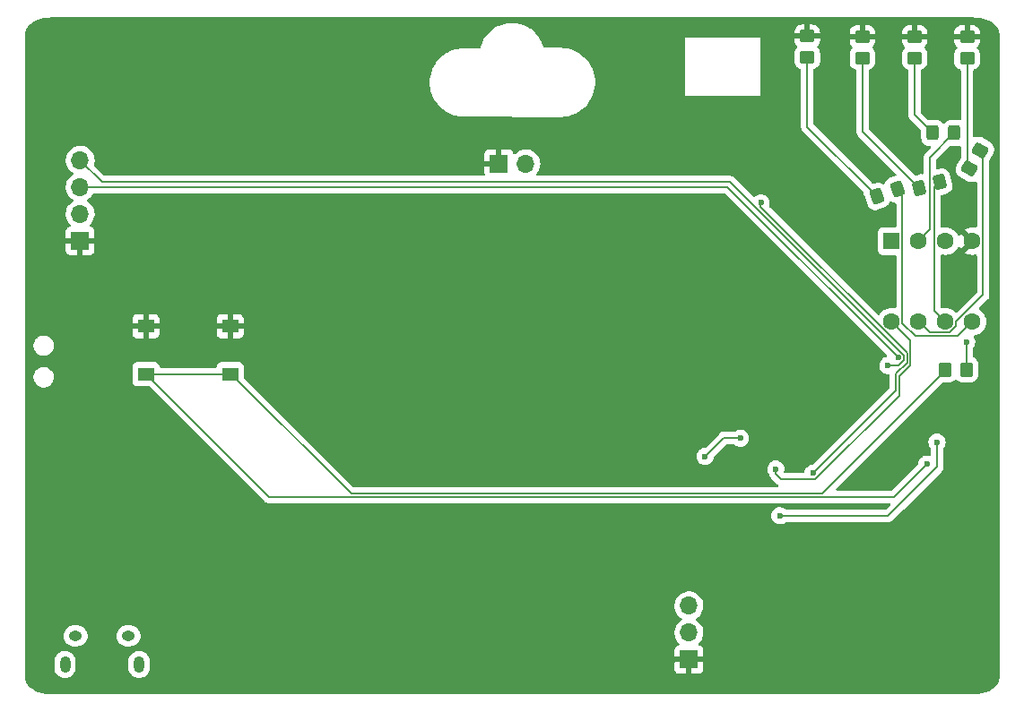
<source format=gtl>
G04 #@! TF.GenerationSoftware,KiCad,Pcbnew,(6.0.0)*
G04 #@! TF.CreationDate,2022-05-24T10:02:23+02:00*
G04 #@! TF.ProjectId,drawing.kicad_v3.0_pcb,64726177-696e-4672-9e6b-696361645f76,v2.2*
G04 #@! TF.SameCoordinates,Original*
G04 #@! TF.FileFunction,Copper,L1,Top*
G04 #@! TF.FilePolarity,Positive*
%FSLAX46Y46*%
G04 Gerber Fmt 4.6, Leading zero omitted, Abs format (unit mm)*
G04 Created by KiCad (PCBNEW (6.0.0)) date 2022-05-24 10:02:23*
%MOMM*%
%LPD*%
G01*
G04 APERTURE LIST*
G04 Aperture macros list*
%AMRoundRect*
0 Rectangle with rounded corners*
0 $1 Rounding radius*
0 $2 $3 $4 $5 $6 $7 $8 $9 X,Y pos of 4 corners*
0 Add a 4 corners polygon primitive as box body*
4,1,4,$2,$3,$4,$5,$6,$7,$8,$9,$2,$3,0*
0 Add four circle primitives for the rounded corners*
1,1,$1+$1,$2,$3*
1,1,$1+$1,$4,$5*
1,1,$1+$1,$6,$7*
1,1,$1+$1,$8,$9*
0 Add four rect primitives between the rounded corners*
20,1,$1+$1,$2,$3,$4,$5,0*
20,1,$1+$1,$4,$5,$6,$7,0*
20,1,$1+$1,$6,$7,$8,$9,0*
20,1,$1+$1,$8,$9,$2,$3,0*%
G04 Aperture macros list end*
G04 #@! TA.AperFunction,SMDPad,CuDef*
%ADD10RoundRect,0.250000X-0.151491X-0.534018X0.459309X-0.311705X0.151491X0.534018X-0.459309X0.311705X0*%
G04 #@! TD*
G04 #@! TA.AperFunction,SMDPad,CuDef*
%ADD11RoundRect,0.250000X-0.197457X-0.518783X0.430394X-0.350550X0.197457X0.518783X-0.430394X0.350550X0*%
G04 #@! TD*
G04 #@! TA.AperFunction,SMDPad,CuDef*
%ADD12RoundRect,0.250000X0.227211X-0.506458X0.552211X0.056458X-0.227211X0.506458X-0.552211X-0.056458X0*%
G04 #@! TD*
G04 #@! TA.AperFunction,SMDPad,CuDef*
%ADD13RoundRect,0.250000X-0.325000X-0.450000X0.325000X-0.450000X0.325000X0.450000X-0.325000X0.450000X0*%
G04 #@! TD*
G04 #@! TA.AperFunction,SMDPad,CuDef*
%ADD14RoundRect,0.250000X0.450000X-0.350000X0.450000X0.350000X-0.450000X0.350000X-0.450000X-0.350000X0*%
G04 #@! TD*
G04 #@! TA.AperFunction,ComponentPad*
%ADD15R,1.700000X1.700000*%
G04 #@! TD*
G04 #@! TA.AperFunction,ComponentPad*
%ADD16O,1.700000X1.700000*%
G04 #@! TD*
G04 #@! TA.AperFunction,SMDPad,CuDef*
%ADD17R,1.550000X1.300000*%
G04 #@! TD*
G04 #@! TA.AperFunction,SMDPad,CuDef*
%ADD18RoundRect,0.250000X-0.350000X-0.450000X0.350000X-0.450000X0.350000X0.450000X-0.350000X0.450000X0*%
G04 #@! TD*
G04 #@! TA.AperFunction,ComponentPad*
%ADD19O,1.250000X0.950000*%
G04 #@! TD*
G04 #@! TA.AperFunction,ComponentPad*
%ADD20O,1.000000X1.550000*%
G04 #@! TD*
G04 #@! TA.AperFunction,ComponentPad*
%ADD21R,1.600000X1.600000*%
G04 #@! TD*
G04 #@! TA.AperFunction,ComponentPad*
%ADD22C,1.600000*%
G04 #@! TD*
G04 #@! TA.AperFunction,ViaPad*
%ADD23C,0.600000*%
G04 #@! TD*
G04 #@! TA.AperFunction,Conductor*
%ADD24C,0.152400*%
G04 #@! TD*
G04 APERTURE END LIST*
D10*
X186920615Y-78861971D03*
X188846985Y-78160829D03*
D11*
X190905766Y-78035010D03*
X192885914Y-77504430D03*
D12*
X195677100Y-76249476D03*
X196702100Y-74474124D03*
D13*
X192208040Y-72864980D03*
X194258040Y-72864980D03*
D14*
X180365400Y-65719200D03*
X180365400Y-63719200D03*
X185572400Y-65770000D03*
X185572400Y-63770000D03*
X195453000Y-65770000D03*
X195453000Y-63770000D03*
X190500000Y-65770000D03*
X190500000Y-63770000D03*
D15*
X111709200Y-83058000D03*
D16*
X111709200Y-80518000D03*
X111709200Y-77978000D03*
X111709200Y-75438000D03*
D17*
X125875000Y-95645800D03*
X117925000Y-95645800D03*
X125875000Y-91145800D03*
X117925000Y-91145800D03*
D18*
X193411600Y-95224600D03*
X195411600Y-95224600D03*
D19*
X116276760Y-120398540D03*
X111276760Y-120398540D03*
D20*
X117276760Y-123098540D03*
X110276760Y-123098540D03*
D21*
X188325600Y-83083400D03*
D22*
X190865600Y-83083400D03*
X193405600Y-83083400D03*
X195945600Y-83083400D03*
X195945600Y-90703400D03*
X193405600Y-90703400D03*
X190865600Y-90703400D03*
X188325600Y-90703400D03*
D15*
X151250000Y-75760000D03*
D16*
X153790000Y-75760000D03*
D15*
X169195200Y-122645800D03*
D16*
X169195200Y-120105800D03*
X169195200Y-117565800D03*
D23*
X121158000Y-102362000D03*
X121158000Y-103886000D03*
X115570000Y-75184000D03*
X195420000Y-92630000D03*
X188950000Y-94110000D03*
X187970000Y-94840000D03*
X191643000Y-104165400D03*
X174050000Y-101710000D03*
X170720000Y-103450000D03*
X177770000Y-109050000D03*
X192620000Y-102090000D03*
X176000000Y-79460000D03*
X180890000Y-105036302D03*
X177390000Y-104640000D03*
D24*
X180416200Y-63770000D02*
X180365400Y-63719200D01*
X121158000Y-102362000D02*
X121158000Y-103886000D01*
X195453000Y-63770000D02*
X190500000Y-63770000D01*
X185572400Y-63770000D02*
X180416200Y-63770000D01*
X117925000Y-91145800D02*
X125875000Y-91145800D01*
X190500000Y-63770000D02*
X185572400Y-63770000D01*
X180365400Y-72306756D02*
X186920615Y-78861971D01*
X180365400Y-65719200D02*
X180365400Y-72306756D01*
X185572400Y-65770000D02*
X185572400Y-72701644D01*
X185572400Y-72701644D02*
X190905766Y-78035010D01*
X195453000Y-76025376D02*
X195677100Y-76249476D01*
X195453000Y-65770000D02*
X195453000Y-76025376D01*
X190500000Y-65770000D02*
X190500000Y-71156940D01*
X190500000Y-71156940D02*
X192208040Y-72864980D01*
X195420000Y-92630000D02*
X195411600Y-92638400D01*
X195411600Y-92638400D02*
X195411600Y-95224600D01*
X194599400Y-92049600D02*
X195945600Y-90703400D01*
X189353711Y-90852511D02*
X190550800Y-92049600D01*
X188846985Y-78160829D02*
X189353711Y-78667555D01*
X190550800Y-92049600D02*
X194599400Y-92049600D01*
X189353711Y-78667555D02*
X189353711Y-90852511D01*
X192885914Y-77504430D02*
X192377489Y-78012855D01*
X192377489Y-78012855D02*
X192377489Y-89675289D01*
X192377489Y-89675289D02*
X193405600Y-90703400D01*
X194433711Y-90703400D02*
X194433711Y-91129259D01*
X193817690Y-91745280D02*
X191907480Y-91745280D01*
X191907480Y-91745280D02*
X190865600Y-90703400D01*
X196973711Y-88163400D02*
X194433711Y-90703400D01*
X196973711Y-74745735D02*
X196973711Y-88163400D01*
X196702100Y-74474124D02*
X196973711Y-74745735D01*
X194433711Y-91129259D02*
X193817690Y-91745280D01*
X194258040Y-72864980D02*
X191942434Y-75180586D01*
X191942434Y-82006566D02*
X190865600Y-83083400D01*
X191942434Y-75180586D02*
X191942434Y-82006566D01*
X172818000Y-77978000D02*
X188950000Y-94110000D01*
X111709200Y-77978000D02*
X172818000Y-77978000D01*
X189478101Y-93891252D02*
X189478101Y-94328748D01*
X173089969Y-77503120D02*
X189478101Y-93891252D01*
X189478101Y-94328748D02*
X188966849Y-94840000D01*
X188966849Y-94840000D02*
X187970000Y-94840000D01*
X111709200Y-75438000D02*
X113774320Y-77503120D01*
X113774320Y-77503120D02*
X173089969Y-77503120D01*
X193411600Y-95335249D02*
X193411600Y-95224600D01*
X125875000Y-95645800D02*
X126000000Y-95645800D01*
X156833951Y-106944311D02*
X181802538Y-106944311D01*
X126000000Y-95645800D02*
X137288510Y-106934310D01*
X137288510Y-106934310D02*
X156823950Y-106934310D01*
X156823950Y-106934310D02*
X156833951Y-106944311D01*
X117925000Y-95645800D02*
X129527820Y-107248620D01*
X181802538Y-106944311D02*
X193411600Y-95335249D01*
X125875000Y-95645800D02*
X117925000Y-95645800D01*
X129527820Y-107248620D02*
X188559780Y-107248620D01*
X188559780Y-107248620D02*
X191643000Y-104165400D01*
X172460000Y-101710000D02*
X174050000Y-101710000D01*
X170720000Y-103450000D02*
X172460000Y-101710000D01*
X177780000Y-109060000D02*
X177770000Y-109050000D01*
X188000000Y-109060000D02*
X177780000Y-109060000D01*
X192620000Y-102090000D02*
X192620000Y-104440000D01*
X189000000Y-108060000D02*
X188000000Y-109060000D01*
X192620000Y-104440000D02*
X189000000Y-108060000D01*
X189782411Y-93635202D02*
X189782411Y-94557229D01*
X175973605Y-79486395D02*
X176000000Y-79460000D01*
X188735690Y-97190612D02*
X180890000Y-105036302D01*
X175973605Y-79826395D02*
X175973605Y-79486395D01*
X188735690Y-95603950D02*
X188735690Y-97190612D01*
X189782411Y-94557229D02*
X188735690Y-95603950D01*
X175973605Y-79826395D02*
X189782411Y-93635202D01*
X189060000Y-95870000D02*
X189060000Y-97690000D01*
X188325600Y-90703400D02*
X190100000Y-92477800D01*
X190100000Y-92477800D02*
X190100000Y-94660000D01*
X177390000Y-105120000D02*
X177390000Y-104640000D01*
X181130000Y-105620000D02*
X177890000Y-105620000D01*
X189060000Y-97690000D02*
X181130000Y-105620000D01*
X189060000Y-95870000D02*
X190100000Y-94830000D01*
X177890000Y-105620000D02*
X177390000Y-105120000D01*
X190100000Y-94660000D02*
X190100000Y-94670000D01*
X190100000Y-94670000D02*
X190100000Y-94830000D01*
G04 #@! TA.AperFunction,Conductor*
G36*
X196003547Y-61938072D02*
G01*
X196278851Y-61947368D01*
X196287404Y-61947948D01*
X196542757Y-61974034D01*
X196551336Y-61975211D01*
X196605063Y-61984466D01*
X196795861Y-62017333D01*
X196804502Y-62019135D01*
X196967275Y-62059082D01*
X197036652Y-62076108D01*
X197045364Y-62078582D01*
X197225127Y-62136698D01*
X197263424Y-62149079D01*
X197272268Y-62152308D01*
X197474640Y-62234886D01*
X197483626Y-62238970D01*
X197668719Y-62332012D01*
X197677859Y-62337092D01*
X197844197Y-62438801D01*
X197853472Y-62445054D01*
X197999768Y-62553438D01*
X198009102Y-62561072D01*
X198134384Y-62673971D01*
X198134386Y-62673973D01*
X198143641Y-62683230D01*
X198247416Y-62798437D01*
X198256350Y-62809565D01*
X198268864Y-62827099D01*
X198317156Y-62894766D01*
X198338717Y-62924978D01*
X198346943Y-62938152D01*
X198408763Y-63052261D01*
X198415747Y-63067492D01*
X198458447Y-63179780D01*
X198463583Y-63196827D01*
X198488706Y-63308233D01*
X198488707Y-63308238D01*
X198491444Y-63326588D01*
X198501642Y-63463380D01*
X198501991Y-63472747D01*
X198501991Y-124387241D01*
X198501642Y-124396608D01*
X198491444Y-124533407D01*
X198488708Y-124551754D01*
X198481053Y-124585700D01*
X198463586Y-124663157D01*
X198458444Y-124680224D01*
X198415749Y-124792499D01*
X198408763Y-124807734D01*
X198346945Y-124921839D01*
X198338720Y-124935012D01*
X198256357Y-125050423D01*
X198247414Y-125061560D01*
X198143648Y-125176755D01*
X198134380Y-125186025D01*
X198009106Y-125298919D01*
X197999762Y-125306562D01*
X197853474Y-125414940D01*
X197844198Y-125421194D01*
X197677859Y-125522903D01*
X197668719Y-125527983D01*
X197483634Y-125621022D01*
X197474647Y-125625107D01*
X197272260Y-125707690D01*
X197263420Y-125710917D01*
X197045356Y-125781415D01*
X197036644Y-125783889D01*
X196967098Y-125800956D01*
X196804506Y-125840859D01*
X196795865Y-125842661D01*
X196630327Y-125871177D01*
X196551334Y-125884784D01*
X196542756Y-125885960D01*
X196461657Y-125894245D01*
X196287398Y-125912046D01*
X196278846Y-125912626D01*
X196003560Y-125921923D01*
X195999307Y-125921995D01*
X109020700Y-125921995D01*
X109016448Y-125921923D01*
X108741135Y-125912626D01*
X108732582Y-125912046D01*
X108623922Y-125900946D01*
X108477237Y-125885962D01*
X108468659Y-125884785D01*
X108224118Y-125842660D01*
X108215483Y-125840860D01*
X107983331Y-125783885D01*
X107974619Y-125781411D01*
X107823890Y-125732681D01*
X107756569Y-125710917D01*
X107747726Y-125707689D01*
X107545342Y-125625107D01*
X107536355Y-125621022D01*
X107351265Y-125527981D01*
X107342125Y-125522901D01*
X107175786Y-125421192D01*
X107166511Y-125414938D01*
X107020224Y-125306562D01*
X107010879Y-125298919D01*
X106885608Y-125186028D01*
X106876339Y-125176758D01*
X106772572Y-125061561D01*
X106763631Y-125050425D01*
X106731473Y-125005365D01*
X106681265Y-124935012D01*
X106673043Y-124921845D01*
X106644409Y-124868989D01*
X106631089Y-124844402D01*
X106611222Y-124807731D01*
X106604237Y-124792498D01*
X106561542Y-124680225D01*
X106556400Y-124663156D01*
X106536427Y-124574584D01*
X106531279Y-124551755D01*
X106528542Y-124533405D01*
X106520815Y-124429737D01*
X106518345Y-124396608D01*
X106517996Y-124387242D01*
X106517996Y-123423309D01*
X109268260Y-123423309D01*
X109268560Y-123426365D01*
X109268560Y-123426372D01*
X109269290Y-123433813D01*
X109282680Y-123570373D01*
X109339844Y-123759709D01*
X109432694Y-123934336D01*
X109484540Y-123997905D01*
X109553800Y-124082827D01*
X109553803Y-124082830D01*
X109557695Y-124087602D01*
X109562442Y-124091529D01*
X109562444Y-124091531D01*
X109705335Y-124209741D01*
X109705339Y-124209743D01*
X109710085Y-124213670D01*
X109884059Y-124307738D01*
X110072992Y-124366222D01*
X110079117Y-124366866D01*
X110079118Y-124366866D01*
X110263556Y-124386251D01*
X110263558Y-124386251D01*
X110269685Y-124386895D01*
X110352184Y-124379387D01*
X110460509Y-124369529D01*
X110460512Y-124369528D01*
X110466648Y-124368970D01*
X110472554Y-124367232D01*
X110472558Y-124367231D01*
X110577684Y-124336291D01*
X110656379Y-124313130D01*
X110661837Y-124310277D01*
X110661841Y-124310275D01*
X110752613Y-124262820D01*
X110831650Y-124221500D01*
X110985785Y-124097572D01*
X111112914Y-123946066D01*
X111115881Y-123940668D01*
X111115885Y-123940663D01*
X111205227Y-123778148D01*
X111208193Y-123772753D01*
X111210606Y-123765148D01*
X111266133Y-123590104D01*
X111266133Y-123590103D01*
X111267995Y-123584234D01*
X111285260Y-123430313D01*
X111285260Y-123423309D01*
X116268260Y-123423309D01*
X116268560Y-123426365D01*
X116268560Y-123426372D01*
X116269290Y-123433813D01*
X116282680Y-123570373D01*
X116339844Y-123759709D01*
X116432694Y-123934336D01*
X116484540Y-123997905D01*
X116553800Y-124082827D01*
X116553803Y-124082830D01*
X116557695Y-124087602D01*
X116562442Y-124091529D01*
X116562444Y-124091531D01*
X116705335Y-124209741D01*
X116705339Y-124209743D01*
X116710085Y-124213670D01*
X116884059Y-124307738D01*
X117072992Y-124366222D01*
X117079117Y-124366866D01*
X117079118Y-124366866D01*
X117263556Y-124386251D01*
X117263558Y-124386251D01*
X117269685Y-124386895D01*
X117352184Y-124379387D01*
X117460509Y-124369529D01*
X117460512Y-124369528D01*
X117466648Y-124368970D01*
X117472554Y-124367232D01*
X117472558Y-124367231D01*
X117577684Y-124336291D01*
X117656379Y-124313130D01*
X117661837Y-124310277D01*
X117661841Y-124310275D01*
X117752613Y-124262820D01*
X117831650Y-124221500D01*
X117985785Y-124097572D01*
X118112914Y-123946066D01*
X118115881Y-123940668D01*
X118115885Y-123940663D01*
X118205227Y-123778148D01*
X118208193Y-123772753D01*
X118210606Y-123765148D01*
X118266133Y-123590104D01*
X118266133Y-123590103D01*
X118267995Y-123584234D01*
X118272904Y-123540469D01*
X167837201Y-123540469D01*
X167837571Y-123547290D01*
X167843095Y-123598152D01*
X167846721Y-123613404D01*
X167891876Y-123733854D01*
X167900414Y-123749449D01*
X167976915Y-123851524D01*
X167989476Y-123864085D01*
X168091551Y-123940586D01*
X168107146Y-123949124D01*
X168227594Y-123994278D01*
X168242849Y-123997905D01*
X168293714Y-124003431D01*
X168300528Y-124003800D01*
X168923085Y-124003800D01*
X168938324Y-123999325D01*
X168939529Y-123997935D01*
X168941200Y-123990252D01*
X168941200Y-123985684D01*
X169449200Y-123985684D01*
X169453675Y-124000923D01*
X169455065Y-124002128D01*
X169462748Y-124003799D01*
X170089869Y-124003799D01*
X170096690Y-124003429D01*
X170147552Y-123997905D01*
X170162804Y-123994279D01*
X170283254Y-123949124D01*
X170298849Y-123940586D01*
X170400924Y-123864085D01*
X170413485Y-123851524D01*
X170489986Y-123749449D01*
X170498524Y-123733854D01*
X170543678Y-123613406D01*
X170547305Y-123598151D01*
X170552831Y-123547286D01*
X170553200Y-123540472D01*
X170553200Y-122917915D01*
X170548725Y-122902676D01*
X170547335Y-122901471D01*
X170539652Y-122899800D01*
X169467315Y-122899800D01*
X169452076Y-122904275D01*
X169450871Y-122905665D01*
X169449200Y-122913348D01*
X169449200Y-123985684D01*
X168941200Y-123985684D01*
X168941200Y-122917915D01*
X168936725Y-122902676D01*
X168935335Y-122901471D01*
X168927652Y-122899800D01*
X167855316Y-122899800D01*
X167840077Y-122904275D01*
X167838872Y-122905665D01*
X167837201Y-122913348D01*
X167837201Y-123540469D01*
X118272904Y-123540469D01*
X118285260Y-123430313D01*
X118285260Y-122773771D01*
X118284574Y-122766767D01*
X118271441Y-122632841D01*
X118270840Y-122626707D01*
X118213676Y-122437371D01*
X118120826Y-122262744D01*
X118050469Y-122176478D01*
X117999720Y-122114253D01*
X117999717Y-122114250D01*
X117995825Y-122109478D01*
X117989484Y-122104232D01*
X117848185Y-121987339D01*
X117848181Y-121987337D01*
X117843435Y-121983410D01*
X117669461Y-121889342D01*
X117480528Y-121830858D01*
X117474403Y-121830214D01*
X117474402Y-121830214D01*
X117289964Y-121810829D01*
X117289962Y-121810829D01*
X117283835Y-121810185D01*
X117201336Y-121817693D01*
X117093011Y-121827551D01*
X117093008Y-121827552D01*
X117086872Y-121828110D01*
X117080966Y-121829848D01*
X117080962Y-121829849D01*
X116975836Y-121860789D01*
X116897141Y-121883950D01*
X116891683Y-121886803D01*
X116891679Y-121886805D01*
X116800907Y-121934260D01*
X116721870Y-121975580D01*
X116567735Y-122099508D01*
X116440606Y-122251014D01*
X116437639Y-122256412D01*
X116437635Y-122256417D01*
X116434157Y-122262744D01*
X116345327Y-122424327D01*
X116343466Y-122430194D01*
X116343465Y-122430196D01*
X116287387Y-122606976D01*
X116285525Y-122612846D01*
X116268260Y-122766767D01*
X116268260Y-123423309D01*
X111285260Y-123423309D01*
X111285260Y-122773771D01*
X111284574Y-122766767D01*
X111271441Y-122632841D01*
X111270840Y-122626707D01*
X111213676Y-122437371D01*
X111120826Y-122262744D01*
X111050469Y-122176478D01*
X110999720Y-122114253D01*
X110999717Y-122114250D01*
X110995825Y-122109478D01*
X110989484Y-122104232D01*
X110848185Y-121987339D01*
X110848181Y-121987337D01*
X110843435Y-121983410D01*
X110669461Y-121889342D01*
X110480528Y-121830858D01*
X110474403Y-121830214D01*
X110474402Y-121830214D01*
X110289964Y-121810829D01*
X110289962Y-121810829D01*
X110283835Y-121810185D01*
X110201336Y-121817693D01*
X110093011Y-121827551D01*
X110093008Y-121827552D01*
X110086872Y-121828110D01*
X110080966Y-121829848D01*
X110080962Y-121829849D01*
X109975836Y-121860789D01*
X109897141Y-121883950D01*
X109891683Y-121886803D01*
X109891679Y-121886805D01*
X109800907Y-121934260D01*
X109721870Y-121975580D01*
X109567735Y-122099508D01*
X109440606Y-122251014D01*
X109437639Y-122256412D01*
X109437635Y-122256417D01*
X109434157Y-122262744D01*
X109345327Y-122424327D01*
X109343466Y-122430194D01*
X109343465Y-122430196D01*
X109287387Y-122606976D01*
X109285525Y-122612846D01*
X109268260Y-122766767D01*
X109268260Y-123423309D01*
X106517996Y-123423309D01*
X106517996Y-120446832D01*
X110139368Y-120446832D01*
X110169246Y-120644388D01*
X110238237Y-120831901D01*
X110315226Y-120956071D01*
X110338089Y-120992944D01*
X110343525Y-121001712D01*
X110480807Y-121146884D01*
X110644476Y-121261486D01*
X110827846Y-121340838D01*
X111023426Y-121381696D01*
X111028282Y-121381951D01*
X111028321Y-121381953D01*
X111028337Y-121381953D01*
X111029989Y-121382040D01*
X111476694Y-121382040D01*
X111505990Y-121379064D01*
X111619194Y-121367566D01*
X111619198Y-121367565D01*
X111625540Y-121366921D01*
X111758802Y-121325159D01*
X111810109Y-121309080D01*
X111810110Y-121309079D01*
X111816200Y-121307171D01*
X111871179Y-121276696D01*
X111985367Y-121213400D01*
X111990951Y-121210305D01*
X112093284Y-121122596D01*
X112137812Y-121084431D01*
X112137813Y-121084430D01*
X112142656Y-121080279D01*
X112146565Y-121075240D01*
X112261205Y-120927447D01*
X112261207Y-120927444D01*
X112265117Y-120922403D01*
X112268864Y-120914790D01*
X112350512Y-120748858D01*
X112353331Y-120743129D01*
X112403695Y-120549778D01*
X112409091Y-120446832D01*
X115139368Y-120446832D01*
X115169246Y-120644388D01*
X115238237Y-120831901D01*
X115315226Y-120956071D01*
X115338089Y-120992944D01*
X115343525Y-121001712D01*
X115480807Y-121146884D01*
X115644476Y-121261486D01*
X115827846Y-121340838D01*
X116023426Y-121381696D01*
X116028282Y-121381951D01*
X116028321Y-121381953D01*
X116028337Y-121381953D01*
X116029989Y-121382040D01*
X116476694Y-121382040D01*
X116505990Y-121379064D01*
X116619194Y-121367566D01*
X116619198Y-121367565D01*
X116625540Y-121366921D01*
X116758802Y-121325159D01*
X116810109Y-121309080D01*
X116810110Y-121309079D01*
X116816200Y-121307171D01*
X116871179Y-121276696D01*
X116985367Y-121213400D01*
X116990951Y-121210305D01*
X117093284Y-121122596D01*
X117137812Y-121084431D01*
X117137813Y-121084430D01*
X117142656Y-121080279D01*
X117146565Y-121075240D01*
X117261205Y-120927447D01*
X117261207Y-120927444D01*
X117265117Y-120922403D01*
X117268864Y-120914790D01*
X117350512Y-120748858D01*
X117353331Y-120743129D01*
X117403695Y-120549778D01*
X117409425Y-120440451D01*
X117413818Y-120356629D01*
X117413818Y-120356625D01*
X117414152Y-120350248D01*
X117384274Y-120152692D01*
X117356665Y-120077651D01*
X117354768Y-120072495D01*
X167832451Y-120072495D01*
X167832748Y-120077648D01*
X167832748Y-120077651D01*
X167838211Y-120172390D01*
X167845310Y-120295515D01*
X167846447Y-120300561D01*
X167846448Y-120300567D01*
X167856221Y-120343930D01*
X167894422Y-120513439D01*
X167978466Y-120720416D01*
X168095187Y-120910888D01*
X168241450Y-121079738D01*
X168245425Y-121083038D01*
X168245431Y-121083044D01*
X168250625Y-121087356D01*
X168290259Y-121146260D01*
X168291755Y-121217241D01*
X168254639Y-121277762D01*
X168214368Y-121302280D01*
X168107146Y-121342476D01*
X168091551Y-121351014D01*
X167989476Y-121427515D01*
X167976915Y-121440076D01*
X167900414Y-121542151D01*
X167891876Y-121557746D01*
X167846722Y-121678194D01*
X167843095Y-121693449D01*
X167837569Y-121744314D01*
X167837200Y-121751128D01*
X167837200Y-122373685D01*
X167841675Y-122388924D01*
X167843065Y-122390129D01*
X167850748Y-122391800D01*
X170535084Y-122391800D01*
X170550323Y-122387325D01*
X170551528Y-122385935D01*
X170553199Y-122378252D01*
X170553199Y-121751131D01*
X170552829Y-121744310D01*
X170547305Y-121693448D01*
X170543679Y-121678196D01*
X170498524Y-121557746D01*
X170489986Y-121542151D01*
X170413485Y-121440076D01*
X170400924Y-121427515D01*
X170298849Y-121351014D01*
X170283254Y-121342476D01*
X170173013Y-121301148D01*
X170116249Y-121258506D01*
X170091549Y-121191945D01*
X170106757Y-121122596D01*
X170128304Y-121093915D01*
X170229630Y-120992944D01*
X170229640Y-120992932D01*
X170233296Y-120989289D01*
X170292794Y-120906489D01*
X170360635Y-120812077D01*
X170363653Y-120807877D01*
X170395654Y-120743129D01*
X170460336Y-120612253D01*
X170460337Y-120612251D01*
X170462630Y-120607611D01*
X170527570Y-120393869D01*
X170556729Y-120172390D01*
X170558356Y-120105800D01*
X170540052Y-119883161D01*
X170485631Y-119666502D01*
X170396554Y-119461640D01*
X170275214Y-119274077D01*
X170124870Y-119108851D01*
X170120819Y-119105652D01*
X170120815Y-119105648D01*
X169953614Y-118973600D01*
X169953610Y-118973598D01*
X169949559Y-118970398D01*
X169908253Y-118947596D01*
X169858284Y-118897164D01*
X169843512Y-118827721D01*
X169868628Y-118761316D01*
X169895980Y-118734709D01*
X169939803Y-118703450D01*
X170075060Y-118606973D01*
X170233296Y-118449289D01*
X170292794Y-118366489D01*
X170360635Y-118272077D01*
X170363653Y-118267877D01*
X170462630Y-118067611D01*
X170527570Y-117853869D01*
X170556729Y-117632390D01*
X170558356Y-117565800D01*
X170540052Y-117343161D01*
X170485631Y-117126502D01*
X170396554Y-116921640D01*
X170275214Y-116734077D01*
X170124870Y-116568851D01*
X170120819Y-116565652D01*
X170120815Y-116565648D01*
X169953614Y-116433600D01*
X169953610Y-116433598D01*
X169949559Y-116430398D01*
X169753989Y-116322438D01*
X169749120Y-116320714D01*
X169749116Y-116320712D01*
X169548287Y-116249595D01*
X169548283Y-116249594D01*
X169543412Y-116247869D01*
X169538319Y-116246962D01*
X169538316Y-116246961D01*
X169328573Y-116209600D01*
X169328567Y-116209599D01*
X169323484Y-116208694D01*
X169249652Y-116207792D01*
X169105281Y-116206028D01*
X169105279Y-116206028D01*
X169100111Y-116205965D01*
X168879291Y-116239755D01*
X168666956Y-116309157D01*
X168468807Y-116412307D01*
X168464674Y-116415410D01*
X168464671Y-116415412D01*
X168440447Y-116433600D01*
X168290165Y-116546435D01*
X168135829Y-116707938D01*
X168009943Y-116892480D01*
X167915888Y-117095105D01*
X167856189Y-117310370D01*
X167832451Y-117532495D01*
X167832748Y-117537648D01*
X167832748Y-117537651D01*
X167838211Y-117632390D01*
X167845310Y-117755515D01*
X167846447Y-117760561D01*
X167846448Y-117760567D01*
X167866319Y-117848739D01*
X167894422Y-117973439D01*
X167978466Y-118180416D01*
X168095187Y-118370888D01*
X168241450Y-118539738D01*
X168413326Y-118682432D01*
X168483795Y-118723611D01*
X168486645Y-118725276D01*
X168535369Y-118776914D01*
X168548440Y-118846697D01*
X168521709Y-118912469D01*
X168481255Y-118945827D01*
X168468807Y-118952307D01*
X168464674Y-118955410D01*
X168464671Y-118955412D01*
X168440447Y-118973600D01*
X168290165Y-119086435D01*
X168135829Y-119247938D01*
X168009943Y-119432480D01*
X167981849Y-119493004D01*
X167939759Y-119583680D01*
X167915888Y-119635105D01*
X167856189Y-119850370D01*
X167832451Y-120072495D01*
X117354768Y-120072495D01*
X117317487Y-119971169D01*
X117317487Y-119971168D01*
X117315283Y-119965179D01*
X117209995Y-119795368D01*
X117072713Y-119650196D01*
X116909044Y-119535594D01*
X116725674Y-119456242D01*
X116530094Y-119415384D01*
X116525238Y-119415129D01*
X116525199Y-119415127D01*
X116525183Y-119415127D01*
X116523531Y-119415040D01*
X116076826Y-119415040D01*
X116063693Y-119416374D01*
X115934326Y-119429514D01*
X115934322Y-119429515D01*
X115927980Y-119430159D01*
X115812368Y-119466390D01*
X115743411Y-119488000D01*
X115743410Y-119488001D01*
X115737320Y-119489909D01*
X115562569Y-119586775D01*
X115557720Y-119590931D01*
X115463695Y-119671520D01*
X115410864Y-119716801D01*
X115406957Y-119721838D01*
X115406955Y-119721840D01*
X115292315Y-119869633D01*
X115292313Y-119869636D01*
X115288403Y-119874677D01*
X115285585Y-119880403D01*
X115285583Y-119880407D01*
X115246539Y-119959756D01*
X115200189Y-120053951D01*
X115149825Y-120247302D01*
X115144925Y-120340796D01*
X115142144Y-120393869D01*
X115139368Y-120446832D01*
X112409091Y-120446832D01*
X112409425Y-120440451D01*
X112413818Y-120356629D01*
X112413818Y-120356625D01*
X112414152Y-120350248D01*
X112384274Y-120152692D01*
X112356665Y-120077651D01*
X112317487Y-119971169D01*
X112317487Y-119971168D01*
X112315283Y-119965179D01*
X112209995Y-119795368D01*
X112072713Y-119650196D01*
X111909044Y-119535594D01*
X111725674Y-119456242D01*
X111530094Y-119415384D01*
X111525238Y-119415129D01*
X111525199Y-119415127D01*
X111525183Y-119415127D01*
X111523531Y-119415040D01*
X111076826Y-119415040D01*
X111063693Y-119416374D01*
X110934326Y-119429514D01*
X110934322Y-119429515D01*
X110927980Y-119430159D01*
X110812368Y-119466390D01*
X110743411Y-119488000D01*
X110743410Y-119488001D01*
X110737320Y-119489909D01*
X110562569Y-119586775D01*
X110557720Y-119590931D01*
X110463695Y-119671520D01*
X110410864Y-119716801D01*
X110406957Y-119721838D01*
X110406955Y-119721840D01*
X110292315Y-119869633D01*
X110292313Y-119869636D01*
X110288403Y-119874677D01*
X110285585Y-119880403D01*
X110285583Y-119880407D01*
X110246539Y-119959756D01*
X110200189Y-120053951D01*
X110149825Y-120247302D01*
X110144925Y-120340796D01*
X110142144Y-120393869D01*
X110139368Y-120446832D01*
X106517996Y-120446832D01*
X106517996Y-96009664D01*
X107301707Y-96009664D01*
X107330825Y-96202199D01*
X107333028Y-96208185D01*
X107333029Y-96208191D01*
X107395860Y-96378960D01*
X107395862Y-96378965D01*
X107398063Y-96384946D01*
X107500674Y-96550440D01*
X107634466Y-96691922D01*
X107793975Y-96803611D01*
X107799838Y-96806148D01*
X107966825Y-96878410D01*
X107966829Y-96878411D01*
X107972684Y-96880945D01*
X107978931Y-96882250D01*
X107978934Y-96882251D01*
X108158557Y-96919776D01*
X108158562Y-96919777D01*
X108163293Y-96920765D01*
X108169685Y-96921100D01*
X108312663Y-96921100D01*
X108381951Y-96914062D01*
X108451378Y-96907010D01*
X108451379Y-96907010D01*
X108457727Y-96906365D01*
X108538843Y-96880945D01*
X108637451Y-96850044D01*
X108637456Y-96850042D01*
X108643541Y-96848135D01*
X108739811Y-96794771D01*
X108808271Y-96756823D01*
X108808274Y-96756821D01*
X108813850Y-96753730D01*
X108818691Y-96749581D01*
X108818695Y-96749578D01*
X108956855Y-96631160D01*
X108961698Y-96627009D01*
X109081046Y-96473147D01*
X109094604Y-96445595D01*
X109164200Y-96304156D01*
X109167018Y-96298429D01*
X109173406Y-96273905D01*
X109214492Y-96116175D01*
X109214492Y-96116172D01*
X109216102Y-96109993D01*
X109221360Y-96009664D01*
X109225959Y-95921917D01*
X109225959Y-95921913D01*
X109226293Y-95915536D01*
X109197175Y-95723001D01*
X109194972Y-95717015D01*
X109194971Y-95717009D01*
X109132140Y-95546240D01*
X109132138Y-95546235D01*
X109129937Y-95540254D01*
X109027326Y-95374760D01*
X108995863Y-95341488D01*
X108897919Y-95237915D01*
X108893534Y-95233278D01*
X108734025Y-95121589D01*
X108686013Y-95100812D01*
X108561175Y-95046790D01*
X108561171Y-95046789D01*
X108555316Y-95044255D01*
X108549069Y-95042950D01*
X108549066Y-95042949D01*
X108369443Y-95005424D01*
X108369438Y-95005423D01*
X108364707Y-95004435D01*
X108358315Y-95004100D01*
X108215337Y-95004100D01*
X108168958Y-95008811D01*
X108076622Y-95018190D01*
X108076621Y-95018190D01*
X108070273Y-95018835D01*
X108013939Y-95036489D01*
X107890549Y-95075156D01*
X107890544Y-95075158D01*
X107884459Y-95077065D01*
X107811977Y-95117243D01*
X107719729Y-95168377D01*
X107719726Y-95168379D01*
X107714150Y-95171470D01*
X107709309Y-95175619D01*
X107709305Y-95175622D01*
X107626012Y-95247013D01*
X107566302Y-95298191D01*
X107446954Y-95452053D01*
X107444138Y-95457776D01*
X107444136Y-95457779D01*
X107400608Y-95546240D01*
X107360982Y-95626771D01*
X107359373Y-95632949D01*
X107359372Y-95632951D01*
X107337477Y-95717009D01*
X107311898Y-95815207D01*
X107301707Y-96009664D01*
X106517996Y-96009664D01*
X106517996Y-93009664D01*
X107301707Y-93009664D01*
X107330825Y-93202199D01*
X107333028Y-93208185D01*
X107333029Y-93208191D01*
X107395860Y-93378960D01*
X107395862Y-93378965D01*
X107398063Y-93384946D01*
X107500674Y-93550440D01*
X107634466Y-93691922D01*
X107793975Y-93803611D01*
X107799838Y-93806148D01*
X107966825Y-93878410D01*
X107966829Y-93878411D01*
X107972684Y-93880945D01*
X107978931Y-93882250D01*
X107978934Y-93882251D01*
X108158557Y-93919776D01*
X108158562Y-93919777D01*
X108163293Y-93920765D01*
X108169685Y-93921100D01*
X108312663Y-93921100D01*
X108381951Y-93914062D01*
X108451378Y-93907010D01*
X108451379Y-93907010D01*
X108457727Y-93906365D01*
X108538843Y-93880945D01*
X108637451Y-93850044D01*
X108637456Y-93850042D01*
X108643541Y-93848135D01*
X108730475Y-93799946D01*
X108808271Y-93756823D01*
X108808274Y-93756821D01*
X108813850Y-93753730D01*
X108818691Y-93749581D01*
X108818695Y-93749578D01*
X108956855Y-93631160D01*
X108961698Y-93627009D01*
X109081046Y-93473147D01*
X109121779Y-93390368D01*
X109164200Y-93304156D01*
X109167018Y-93298429D01*
X109184665Y-93230681D01*
X109214492Y-93116175D01*
X109214492Y-93116172D01*
X109216102Y-93109993D01*
X109226293Y-92915536D01*
X109197175Y-92723001D01*
X109194972Y-92717015D01*
X109194971Y-92717009D01*
X109132140Y-92546240D01*
X109132138Y-92546235D01*
X109129937Y-92540254D01*
X109027326Y-92374760D01*
X108951219Y-92294278D01*
X108897919Y-92237915D01*
X108893534Y-92233278D01*
X108734025Y-92121589D01*
X108686013Y-92100812D01*
X108561175Y-92046790D01*
X108561171Y-92046789D01*
X108555316Y-92044255D01*
X108549069Y-92042950D01*
X108549066Y-92042949D01*
X108369443Y-92005424D01*
X108369438Y-92005423D01*
X108364707Y-92004435D01*
X108358315Y-92004100D01*
X108215337Y-92004100D01*
X108146049Y-92011138D01*
X108076622Y-92018190D01*
X108076621Y-92018190D01*
X108070273Y-92018835D01*
X108022347Y-92033854D01*
X107890549Y-92075156D01*
X107890544Y-92075158D01*
X107884459Y-92077065D01*
X107811228Y-92117658D01*
X107719729Y-92168377D01*
X107719726Y-92168379D01*
X107714150Y-92171470D01*
X107709309Y-92175619D01*
X107709305Y-92175622D01*
X107580894Y-92285684D01*
X107566302Y-92298191D01*
X107446954Y-92452053D01*
X107444138Y-92457776D01*
X107444136Y-92457779D01*
X107400608Y-92546240D01*
X107360982Y-92626771D01*
X107359373Y-92632949D01*
X107359372Y-92632951D01*
X107317904Y-92792151D01*
X107311898Y-92815207D01*
X107307496Y-92899197D01*
X107302114Y-93001902D01*
X107301707Y-93009664D01*
X106517996Y-93009664D01*
X106517996Y-91840469D01*
X116642001Y-91840469D01*
X116642371Y-91847290D01*
X116647895Y-91898152D01*
X116651521Y-91913404D01*
X116696676Y-92033854D01*
X116705214Y-92049449D01*
X116781715Y-92151524D01*
X116794276Y-92164085D01*
X116896351Y-92240586D01*
X116911946Y-92249124D01*
X117032394Y-92294278D01*
X117047649Y-92297905D01*
X117098514Y-92303431D01*
X117105328Y-92303800D01*
X117652885Y-92303800D01*
X117668124Y-92299325D01*
X117669329Y-92297935D01*
X117671000Y-92290252D01*
X117671000Y-92285684D01*
X118179000Y-92285684D01*
X118183475Y-92300923D01*
X118184865Y-92302128D01*
X118192548Y-92303799D01*
X118744669Y-92303799D01*
X118751490Y-92303429D01*
X118802352Y-92297905D01*
X118817604Y-92294279D01*
X118938054Y-92249124D01*
X118953649Y-92240586D01*
X119055724Y-92164085D01*
X119068285Y-92151524D01*
X119144786Y-92049449D01*
X119153324Y-92033854D01*
X119198478Y-91913406D01*
X119202105Y-91898151D01*
X119207631Y-91847286D01*
X119208000Y-91840472D01*
X119208000Y-91840469D01*
X124592001Y-91840469D01*
X124592371Y-91847290D01*
X124597895Y-91898152D01*
X124601521Y-91913404D01*
X124646676Y-92033854D01*
X124655214Y-92049449D01*
X124731715Y-92151524D01*
X124744276Y-92164085D01*
X124846351Y-92240586D01*
X124861946Y-92249124D01*
X124982394Y-92294278D01*
X124997649Y-92297905D01*
X125048514Y-92303431D01*
X125055328Y-92303800D01*
X125602885Y-92303800D01*
X125618124Y-92299325D01*
X125619329Y-92297935D01*
X125621000Y-92290252D01*
X125621000Y-92285684D01*
X126129000Y-92285684D01*
X126133475Y-92300923D01*
X126134865Y-92302128D01*
X126142548Y-92303799D01*
X126694669Y-92303799D01*
X126701490Y-92303429D01*
X126752352Y-92297905D01*
X126767604Y-92294279D01*
X126888054Y-92249124D01*
X126903649Y-92240586D01*
X127005724Y-92164085D01*
X127018285Y-92151524D01*
X127094786Y-92049449D01*
X127103324Y-92033854D01*
X127148478Y-91913406D01*
X127152105Y-91898151D01*
X127157631Y-91847286D01*
X127158000Y-91840472D01*
X127158000Y-91417915D01*
X127153525Y-91402676D01*
X127152135Y-91401471D01*
X127144452Y-91399800D01*
X126147115Y-91399800D01*
X126131876Y-91404275D01*
X126130671Y-91405665D01*
X126129000Y-91413348D01*
X126129000Y-92285684D01*
X125621000Y-92285684D01*
X125621000Y-91417915D01*
X125616525Y-91402676D01*
X125615135Y-91401471D01*
X125607452Y-91399800D01*
X124610116Y-91399800D01*
X124594877Y-91404275D01*
X124593672Y-91405665D01*
X124592001Y-91413348D01*
X124592001Y-91840469D01*
X119208000Y-91840469D01*
X119208000Y-91417915D01*
X119203525Y-91402676D01*
X119202135Y-91401471D01*
X119194452Y-91399800D01*
X118197115Y-91399800D01*
X118181876Y-91404275D01*
X118180671Y-91405665D01*
X118179000Y-91413348D01*
X118179000Y-92285684D01*
X117671000Y-92285684D01*
X117671000Y-91417915D01*
X117666525Y-91402676D01*
X117665135Y-91401471D01*
X117657452Y-91399800D01*
X116660116Y-91399800D01*
X116644877Y-91404275D01*
X116643672Y-91405665D01*
X116642001Y-91413348D01*
X116642001Y-91840469D01*
X106517996Y-91840469D01*
X106517996Y-90873685D01*
X116642000Y-90873685D01*
X116646475Y-90888924D01*
X116647865Y-90890129D01*
X116655548Y-90891800D01*
X117652885Y-90891800D01*
X117668124Y-90887325D01*
X117669329Y-90885935D01*
X117671000Y-90878252D01*
X117671000Y-90873685D01*
X118179000Y-90873685D01*
X118183475Y-90888924D01*
X118184865Y-90890129D01*
X118192548Y-90891800D01*
X119189884Y-90891800D01*
X119205123Y-90887325D01*
X119206328Y-90885935D01*
X119207999Y-90878252D01*
X119207999Y-90873685D01*
X124592000Y-90873685D01*
X124596475Y-90888924D01*
X124597865Y-90890129D01*
X124605548Y-90891800D01*
X125602885Y-90891800D01*
X125618124Y-90887325D01*
X125619329Y-90885935D01*
X125621000Y-90878252D01*
X125621000Y-90873685D01*
X126129000Y-90873685D01*
X126133475Y-90888924D01*
X126134865Y-90890129D01*
X126142548Y-90891800D01*
X127139884Y-90891800D01*
X127155123Y-90887325D01*
X127156328Y-90885935D01*
X127157999Y-90878252D01*
X127157999Y-90451131D01*
X127157629Y-90444310D01*
X127152105Y-90393448D01*
X127148479Y-90378196D01*
X127103324Y-90257746D01*
X127094786Y-90242151D01*
X127018285Y-90140076D01*
X127005724Y-90127515D01*
X126903649Y-90051014D01*
X126888054Y-90042476D01*
X126767606Y-89997322D01*
X126752351Y-89993695D01*
X126701486Y-89988169D01*
X126694672Y-89987800D01*
X126147115Y-89987800D01*
X126131876Y-89992275D01*
X126130671Y-89993665D01*
X126129000Y-90001348D01*
X126129000Y-90873685D01*
X125621000Y-90873685D01*
X125621000Y-90005916D01*
X125616525Y-89990677D01*
X125615135Y-89989472D01*
X125607452Y-89987801D01*
X125055331Y-89987801D01*
X125048510Y-89988171D01*
X124997648Y-89993695D01*
X124982396Y-89997321D01*
X124861946Y-90042476D01*
X124846351Y-90051014D01*
X124744276Y-90127515D01*
X124731715Y-90140076D01*
X124655214Y-90242151D01*
X124646676Y-90257746D01*
X124601522Y-90378194D01*
X124597895Y-90393449D01*
X124592369Y-90444314D01*
X124592000Y-90451128D01*
X124592000Y-90873685D01*
X119207999Y-90873685D01*
X119207999Y-90451131D01*
X119207629Y-90444310D01*
X119202105Y-90393448D01*
X119198479Y-90378196D01*
X119153324Y-90257746D01*
X119144786Y-90242151D01*
X119068285Y-90140076D01*
X119055724Y-90127515D01*
X118953649Y-90051014D01*
X118938054Y-90042476D01*
X118817606Y-89997322D01*
X118802351Y-89993695D01*
X118751486Y-89988169D01*
X118744672Y-89987800D01*
X118197115Y-89987800D01*
X118181876Y-89992275D01*
X118180671Y-89993665D01*
X118179000Y-90001348D01*
X118179000Y-90873685D01*
X117671000Y-90873685D01*
X117671000Y-90005916D01*
X117666525Y-89990677D01*
X117665135Y-89989472D01*
X117657452Y-89987801D01*
X117105331Y-89987801D01*
X117098510Y-89988171D01*
X117047648Y-89993695D01*
X117032396Y-89997321D01*
X116911946Y-90042476D01*
X116896351Y-90051014D01*
X116794276Y-90127515D01*
X116781715Y-90140076D01*
X116705214Y-90242151D01*
X116696676Y-90257746D01*
X116651522Y-90378194D01*
X116647895Y-90393449D01*
X116642369Y-90444314D01*
X116642000Y-90451128D01*
X116642000Y-90873685D01*
X106517996Y-90873685D01*
X106517996Y-83952669D01*
X110351201Y-83952669D01*
X110351571Y-83959490D01*
X110357095Y-84010352D01*
X110360721Y-84025604D01*
X110405876Y-84146054D01*
X110414414Y-84161649D01*
X110490915Y-84263724D01*
X110503476Y-84276285D01*
X110605551Y-84352786D01*
X110621146Y-84361324D01*
X110741594Y-84406478D01*
X110756849Y-84410105D01*
X110807714Y-84415631D01*
X110814528Y-84416000D01*
X111437085Y-84416000D01*
X111452324Y-84411525D01*
X111453529Y-84410135D01*
X111455200Y-84402452D01*
X111455200Y-84397884D01*
X111963200Y-84397884D01*
X111967675Y-84413123D01*
X111969065Y-84414328D01*
X111976748Y-84415999D01*
X112603869Y-84415999D01*
X112610690Y-84415629D01*
X112661552Y-84410105D01*
X112676804Y-84406479D01*
X112797254Y-84361324D01*
X112812849Y-84352786D01*
X112914924Y-84276285D01*
X112927485Y-84263724D01*
X113003986Y-84161649D01*
X113012524Y-84146054D01*
X113057678Y-84025606D01*
X113061305Y-84010351D01*
X113066831Y-83959486D01*
X113067200Y-83952672D01*
X113067200Y-83330115D01*
X113062725Y-83314876D01*
X113061335Y-83313671D01*
X113053652Y-83312000D01*
X111981315Y-83312000D01*
X111966076Y-83316475D01*
X111964871Y-83317865D01*
X111963200Y-83325548D01*
X111963200Y-84397884D01*
X111455200Y-84397884D01*
X111455200Y-83330115D01*
X111450725Y-83314876D01*
X111449335Y-83313671D01*
X111441652Y-83312000D01*
X110369316Y-83312000D01*
X110354077Y-83316475D01*
X110352872Y-83317865D01*
X110351201Y-83325548D01*
X110351201Y-83952669D01*
X106517996Y-83952669D01*
X106517996Y-80484695D01*
X110346451Y-80484695D01*
X110346748Y-80489848D01*
X110346748Y-80489851D01*
X110352211Y-80584590D01*
X110359310Y-80707715D01*
X110360447Y-80712761D01*
X110360448Y-80712767D01*
X110380319Y-80800939D01*
X110408422Y-80925639D01*
X110492466Y-81132616D01*
X110609187Y-81323088D01*
X110755450Y-81491938D01*
X110759425Y-81495238D01*
X110759431Y-81495244D01*
X110764625Y-81499556D01*
X110804259Y-81558460D01*
X110805755Y-81629441D01*
X110768639Y-81689962D01*
X110728368Y-81714480D01*
X110621146Y-81754676D01*
X110605551Y-81763214D01*
X110503476Y-81839715D01*
X110490915Y-81852276D01*
X110414414Y-81954351D01*
X110405876Y-81969946D01*
X110360722Y-82090394D01*
X110357095Y-82105649D01*
X110351569Y-82156514D01*
X110351200Y-82163328D01*
X110351200Y-82785885D01*
X110355675Y-82801124D01*
X110357065Y-82802329D01*
X110364748Y-82804000D01*
X113049084Y-82804000D01*
X113064323Y-82799525D01*
X113065528Y-82798135D01*
X113067199Y-82790452D01*
X113067199Y-82163331D01*
X113066829Y-82156510D01*
X113061305Y-82105648D01*
X113057679Y-82090396D01*
X113012524Y-81969946D01*
X113003986Y-81954351D01*
X112927485Y-81852276D01*
X112914924Y-81839715D01*
X112812849Y-81763214D01*
X112797254Y-81754676D01*
X112687013Y-81713348D01*
X112630249Y-81670706D01*
X112605549Y-81604145D01*
X112620757Y-81534796D01*
X112642304Y-81506115D01*
X112743630Y-81405144D01*
X112743640Y-81405132D01*
X112747296Y-81401489D01*
X112806794Y-81318689D01*
X112874635Y-81224277D01*
X112877653Y-81220077D01*
X112976630Y-81019811D01*
X113041570Y-80806069D01*
X113070729Y-80584590D01*
X113072356Y-80518000D01*
X113054052Y-80295361D01*
X112999631Y-80078702D01*
X112910554Y-79873840D01*
X112857745Y-79792210D01*
X112792022Y-79690617D01*
X112792020Y-79690614D01*
X112789214Y-79686277D01*
X112638870Y-79521051D01*
X112634819Y-79517852D01*
X112634815Y-79517848D01*
X112467614Y-79385800D01*
X112467610Y-79385798D01*
X112463559Y-79382598D01*
X112422253Y-79359796D01*
X112372284Y-79309364D01*
X112357512Y-79239921D01*
X112382628Y-79173516D01*
X112409980Y-79146909D01*
X112472283Y-79102469D01*
X112589060Y-79019173D01*
X112747296Y-78861489D01*
X112777927Y-78818862D01*
X112874635Y-78684277D01*
X112877653Y-78680077D01*
X112900983Y-78632872D01*
X112949097Y-78580666D01*
X113013940Y-78562700D01*
X172523620Y-78562700D01*
X172591741Y-78582702D01*
X172612715Y-78599605D01*
X187848961Y-93835851D01*
X187882987Y-93898163D01*
X187877922Y-93968978D01*
X187835375Y-94025814D01*
X187794938Y-94044337D01*
X187795288Y-94045364D01*
X187623579Y-94103818D01*
X187617575Y-94107512D01*
X187475095Y-94195166D01*
X187475092Y-94195168D01*
X187469088Y-94198862D01*
X187464053Y-94203793D01*
X187464050Y-94203795D01*
X187369089Y-94296788D01*
X187339493Y-94325771D01*
X187241235Y-94478238D01*
X187238826Y-94484858D01*
X187238824Y-94484861D01*
X187187711Y-94625292D01*
X187179197Y-94648685D01*
X187156463Y-94828640D01*
X187174163Y-95009160D01*
X187231418Y-95181273D01*
X187235065Y-95187295D01*
X187235066Y-95187297D01*
X187305280Y-95303234D01*
X187325380Y-95336424D01*
X187451382Y-95466902D01*
X187603159Y-95566222D01*
X187609763Y-95568678D01*
X187609765Y-95568679D01*
X187766558Y-95626990D01*
X187766560Y-95626990D01*
X187773168Y-95629448D01*
X187856995Y-95640633D01*
X187945980Y-95652507D01*
X187945984Y-95652507D01*
X187952961Y-95653438D01*
X187959972Y-95652800D01*
X187959976Y-95652800D01*
X188013570Y-95647922D01*
X188083223Y-95661667D01*
X188134388Y-95710888D01*
X188150990Y-95773403D01*
X188150990Y-96896232D01*
X188130988Y-96964353D01*
X188114085Y-96985327D01*
X180906029Y-104193383D01*
X180843717Y-104227409D01*
X180830106Y-104229598D01*
X180803389Y-104232406D01*
X180722288Y-104240930D01*
X180722286Y-104240930D01*
X180715288Y-104241666D01*
X180543579Y-104300120D01*
X180537575Y-104303814D01*
X180395095Y-104391468D01*
X180395092Y-104391470D01*
X180389088Y-104395164D01*
X180384053Y-104400095D01*
X180384050Y-104400097D01*
X180334434Y-104448685D01*
X180259493Y-104522073D01*
X180161235Y-104674540D01*
X180158826Y-104681160D01*
X180158824Y-104681163D01*
X180114788Y-104802151D01*
X180099197Y-104844987D01*
X180098314Y-104851975D01*
X180098314Y-104851976D01*
X180089077Y-104925093D01*
X180060695Y-104990169D01*
X180001635Y-105029570D01*
X179964071Y-105035300D01*
X178287403Y-105035300D01*
X178219282Y-105015298D01*
X178172789Y-104961642D01*
X178162685Y-104891368D01*
X178169615Y-104864556D01*
X178175555Y-104848920D01*
X178175556Y-104848918D01*
X178178055Y-104842338D01*
X178179035Y-104835366D01*
X178202748Y-104666639D01*
X178202748Y-104666636D01*
X178203299Y-104662717D01*
X178203616Y-104640000D01*
X178183397Y-104459745D01*
X178181080Y-104453091D01*
X178126064Y-104295106D01*
X178126062Y-104295103D01*
X178123745Y-104288448D01*
X178097844Y-104246998D01*
X178031359Y-104140598D01*
X178027626Y-104134624D01*
X178013941Y-104120843D01*
X177904778Y-104010915D01*
X177904774Y-104010912D01*
X177899815Y-104005918D01*
X177888697Y-103998862D01*
X177796576Y-103940401D01*
X177746666Y-103908727D01*
X177717463Y-103898328D01*
X177582425Y-103850243D01*
X177582420Y-103850242D01*
X177575790Y-103847881D01*
X177568802Y-103847048D01*
X177568799Y-103847047D01*
X177445698Y-103832368D01*
X177395680Y-103826404D01*
X177388677Y-103827140D01*
X177388676Y-103827140D01*
X177222288Y-103844628D01*
X177222286Y-103844629D01*
X177215288Y-103845364D01*
X177043579Y-103903818D01*
X176981109Y-103942250D01*
X176895095Y-103995166D01*
X176895092Y-103995168D01*
X176889088Y-103998862D01*
X176884053Y-104003793D01*
X176884050Y-104003795D01*
X176764525Y-104120843D01*
X176759493Y-104125771D01*
X176661235Y-104278238D01*
X176658826Y-104284858D01*
X176658824Y-104284861D01*
X176605338Y-104431812D01*
X176599197Y-104448685D01*
X176576463Y-104628640D01*
X176594163Y-104809160D01*
X176651418Y-104981273D01*
X176655065Y-104987295D01*
X176655066Y-104987297D01*
X176684138Y-105035300D01*
X176745380Y-105136424D01*
X176773499Y-105165542D01*
X176782558Y-105174923D01*
X176815490Y-105237820D01*
X176816843Y-105246001D01*
X176820350Y-105272637D01*
X176858845Y-105365572D01*
X176879266Y-105414873D01*
X176908764Y-105453315D01*
X176972987Y-105537013D01*
X176979537Y-105542039D01*
X176979538Y-105542040D01*
X176997106Y-105555520D01*
X177009498Y-105566388D01*
X177443616Y-106000507D01*
X177454483Y-106012898D01*
X177472987Y-106037013D01*
X177479540Y-106042041D01*
X177503642Y-106060535D01*
X177503652Y-106060543D01*
X177595127Y-106130734D01*
X177593921Y-106132306D01*
X177635464Y-106175876D01*
X177648899Y-106245590D01*
X177622511Y-106311501D01*
X177564679Y-106352682D01*
X177523470Y-106359611D01*
X156946494Y-106359611D01*
X156930048Y-106358533D01*
X156862274Y-106349610D01*
X156862269Y-106349610D01*
X156823950Y-106344565D01*
X156815762Y-106345643D01*
X156793817Y-106348532D01*
X156777371Y-106349610D01*
X137582890Y-106349610D01*
X137514769Y-106329608D01*
X137493795Y-106312705D01*
X134619730Y-103438640D01*
X169906463Y-103438640D01*
X169924163Y-103619160D01*
X169981418Y-103791273D01*
X169985065Y-103797295D01*
X169985066Y-103797297D01*
X170054839Y-103912506D01*
X170075380Y-103946424D01*
X170080269Y-103951487D01*
X170080270Y-103951488D01*
X170130783Y-104003795D01*
X170201382Y-104076902D01*
X170207278Y-104080760D01*
X170289591Y-104134624D01*
X170353159Y-104176222D01*
X170359763Y-104178678D01*
X170359765Y-104178679D01*
X170516558Y-104236990D01*
X170516560Y-104236990D01*
X170523168Y-104239448D01*
X170606995Y-104250633D01*
X170695980Y-104262507D01*
X170695984Y-104262507D01*
X170702961Y-104263438D01*
X170709972Y-104262800D01*
X170709976Y-104262800D01*
X170852459Y-104249832D01*
X170883600Y-104246998D01*
X170890302Y-104244820D01*
X170890304Y-104244820D01*
X171049409Y-104193124D01*
X171049412Y-104193123D01*
X171056108Y-104190947D01*
X171165442Y-104125771D01*
X171205860Y-104101677D01*
X171205862Y-104101676D01*
X171211912Y-104098069D01*
X171343266Y-103972982D01*
X171443643Y-103821902D01*
X171508055Y-103652338D01*
X171511779Y-103625844D01*
X171520205Y-103565889D01*
X171528924Y-103503846D01*
X171558212Y-103439172D01*
X171564603Y-103432287D01*
X172665286Y-102331605D01*
X172727598Y-102297579D01*
X172754381Y-102294700D01*
X173437144Y-102294700D01*
X173505265Y-102314702D01*
X173520903Y-102327531D01*
X173521059Y-102327343D01*
X173526488Y-102331834D01*
X173531382Y-102336902D01*
X173683159Y-102436222D01*
X173689763Y-102438678D01*
X173689765Y-102438679D01*
X173846558Y-102496990D01*
X173846560Y-102496990D01*
X173853168Y-102499448D01*
X173936995Y-102510633D01*
X174025980Y-102522507D01*
X174025984Y-102522507D01*
X174032961Y-102523438D01*
X174039972Y-102522800D01*
X174039976Y-102522800D01*
X174182459Y-102509832D01*
X174213600Y-102506998D01*
X174220302Y-102504820D01*
X174220304Y-102504820D01*
X174379409Y-102453124D01*
X174379412Y-102453123D01*
X174386108Y-102450947D01*
X174541912Y-102358069D01*
X174673266Y-102232982D01*
X174773643Y-102081902D01*
X174838055Y-101912338D01*
X174863299Y-101732717D01*
X174863616Y-101710000D01*
X174843397Y-101529745D01*
X174817688Y-101455918D01*
X174786064Y-101365106D01*
X174786062Y-101365103D01*
X174783745Y-101358448D01*
X174687626Y-101204624D01*
X174682664Y-101199627D01*
X174564778Y-101080915D01*
X174564774Y-101080912D01*
X174559815Y-101075918D01*
X174548697Y-101068862D01*
X174500538Y-101038300D01*
X174406666Y-100978727D01*
X174377463Y-100968328D01*
X174242425Y-100920243D01*
X174242420Y-100920242D01*
X174235790Y-100917881D01*
X174228802Y-100917048D01*
X174228799Y-100917047D01*
X174105698Y-100902368D01*
X174055680Y-100896404D01*
X174048677Y-100897140D01*
X174048676Y-100897140D01*
X173882288Y-100914628D01*
X173882286Y-100914629D01*
X173875288Y-100915364D01*
X173703579Y-100973818D01*
X173697575Y-100977512D01*
X173555095Y-101065166D01*
X173555092Y-101065168D01*
X173549088Y-101068862D01*
X173544053Y-101073793D01*
X173544050Y-101073795D01*
X173528194Y-101089323D01*
X173465529Y-101122694D01*
X173440036Y-101125300D01*
X172506586Y-101125300D01*
X172490139Y-101124222D01*
X172468188Y-101121332D01*
X172460000Y-101120254D01*
X172307363Y-101140350D01*
X172165128Y-101199266D01*
X172042987Y-101292987D01*
X172037961Y-101299537D01*
X172037960Y-101299538D01*
X172024480Y-101317106D01*
X172013612Y-101329497D01*
X170736028Y-102607082D01*
X170673716Y-102641107D01*
X170660107Y-102643296D01*
X170623914Y-102647100D01*
X170552296Y-102654627D01*
X170552292Y-102654628D01*
X170545288Y-102655364D01*
X170373579Y-102713818D01*
X170367575Y-102717512D01*
X170225095Y-102805166D01*
X170225092Y-102805168D01*
X170219088Y-102808862D01*
X170214053Y-102813793D01*
X170214050Y-102813795D01*
X170094525Y-102930843D01*
X170089493Y-102935771D01*
X169991235Y-103088238D01*
X169929197Y-103258685D01*
X169906463Y-103438640D01*
X134619730Y-103438640D01*
X127195405Y-96014315D01*
X127161379Y-95952003D01*
X127158500Y-95925220D01*
X127158500Y-94947666D01*
X127151745Y-94885484D01*
X127100615Y-94749095D01*
X127013261Y-94632539D01*
X126896705Y-94545185D01*
X126760316Y-94494055D01*
X126698134Y-94487300D01*
X125051866Y-94487300D01*
X124989684Y-94494055D01*
X124853295Y-94545185D01*
X124736739Y-94632539D01*
X124649385Y-94749095D01*
X124598255Y-94885484D01*
X124591500Y-94947666D01*
X124590008Y-94947504D01*
X124568370Y-95008811D01*
X124512297Y-95052357D01*
X124466181Y-95061100D01*
X119333819Y-95061100D01*
X119265698Y-95041098D01*
X119219205Y-94987442D01*
X119209404Y-94947568D01*
X119208500Y-94947666D01*
X119202598Y-94893340D01*
X119201745Y-94885484D01*
X119150615Y-94749095D01*
X119063261Y-94632539D01*
X118946705Y-94545185D01*
X118810316Y-94494055D01*
X118748134Y-94487300D01*
X117101866Y-94487300D01*
X117039684Y-94494055D01*
X116903295Y-94545185D01*
X116786739Y-94632539D01*
X116699385Y-94749095D01*
X116648255Y-94885484D01*
X116641500Y-94947666D01*
X116641500Y-96343934D01*
X116648255Y-96406116D01*
X116699385Y-96542505D01*
X116786739Y-96659061D01*
X116903295Y-96746415D01*
X117039684Y-96797545D01*
X117101866Y-96804300D01*
X118204420Y-96804300D01*
X118272541Y-96824302D01*
X118293515Y-96841205D01*
X123690150Y-102237841D01*
X129081436Y-107629127D01*
X129092303Y-107641518D01*
X129110807Y-107665633D01*
X129141471Y-107689162D01*
X129232947Y-107759354D01*
X129291863Y-107783758D01*
X129367553Y-107815110D01*
X129367556Y-107815111D01*
X129375183Y-107818270D01*
X129383371Y-107819348D01*
X129489496Y-107833320D01*
X129489501Y-107833320D01*
X129527820Y-107838365D01*
X129536008Y-107837287D01*
X129536009Y-107837287D01*
X129557953Y-107834398D01*
X129574399Y-107833320D01*
X188095598Y-107833320D01*
X188163719Y-107853322D01*
X188210212Y-107906978D01*
X188220316Y-107977252D01*
X188190822Y-108041832D01*
X188184694Y-108048415D01*
X187794715Y-108438395D01*
X187732402Y-108472420D01*
X187705619Y-108475300D01*
X178391233Y-108475300D01*
X178323112Y-108455298D01*
X178301828Y-108438084D01*
X178284783Y-108420919D01*
X178284774Y-108420912D01*
X178279815Y-108415918D01*
X178268697Y-108408862D01*
X178220538Y-108378300D01*
X178126666Y-108318727D01*
X178097463Y-108308328D01*
X177962425Y-108260243D01*
X177962420Y-108260242D01*
X177955790Y-108257881D01*
X177948802Y-108257048D01*
X177948799Y-108257047D01*
X177825698Y-108242368D01*
X177775680Y-108236404D01*
X177768677Y-108237140D01*
X177768676Y-108237140D01*
X177602288Y-108254628D01*
X177602286Y-108254629D01*
X177595288Y-108255364D01*
X177423579Y-108313818D01*
X177417575Y-108317512D01*
X177275095Y-108405166D01*
X177275092Y-108405168D01*
X177269088Y-108408862D01*
X177264053Y-108413793D01*
X177264050Y-108413795D01*
X177144525Y-108530843D01*
X177139493Y-108535771D01*
X177041235Y-108688238D01*
X176979197Y-108858685D01*
X176956463Y-109038640D01*
X176974163Y-109219160D01*
X177031418Y-109391273D01*
X177035065Y-109397295D01*
X177035066Y-109397297D01*
X177086389Y-109482041D01*
X177125380Y-109546424D01*
X177130269Y-109551487D01*
X177130270Y-109551488D01*
X177165520Y-109587990D01*
X177251382Y-109676902D01*
X177403159Y-109776222D01*
X177409763Y-109778678D01*
X177409765Y-109778679D01*
X177566558Y-109836990D01*
X177566560Y-109836990D01*
X177573168Y-109839448D01*
X177656995Y-109850633D01*
X177745980Y-109862507D01*
X177745984Y-109862507D01*
X177752961Y-109863438D01*
X177759972Y-109862800D01*
X177759976Y-109862800D01*
X177902459Y-109849832D01*
X177933600Y-109846998D01*
X177940302Y-109844820D01*
X177940304Y-109844820D01*
X178099409Y-109793124D01*
X178099412Y-109793123D01*
X178106108Y-109790947D01*
X178261912Y-109698069D01*
X178267018Y-109693207D01*
X178281461Y-109679454D01*
X178344586Y-109646962D01*
X178368352Y-109644700D01*
X187953422Y-109644700D01*
X187969869Y-109645778D01*
X188000000Y-109649745D01*
X188038319Y-109644700D01*
X188038324Y-109644700D01*
X188144449Y-109630728D01*
X188152637Y-109629650D01*
X188253213Y-109587990D01*
X188294873Y-109570734D01*
X188339386Y-109536577D01*
X188417013Y-109477013D01*
X188422039Y-109470463D01*
X188422043Y-109470459D01*
X188435523Y-109452891D01*
X188446391Y-109440499D01*
X189440543Y-108446348D01*
X189440546Y-108446344D01*
X193000503Y-104886387D01*
X193012895Y-104875519D01*
X193037013Y-104857013D01*
X193048274Y-104842338D01*
X193125700Y-104741433D01*
X193125706Y-104741425D01*
X193130734Y-104734873D01*
X193133894Y-104727245D01*
X193133897Y-104727239D01*
X193174987Y-104628036D01*
X193174988Y-104628033D01*
X193186490Y-104600265D01*
X193189650Y-104592637D01*
X193204700Y-104478321D01*
X193204700Y-104478319D01*
X193209745Y-104440000D01*
X193205778Y-104409867D01*
X193204700Y-104393421D01*
X193204700Y-102703582D01*
X193224702Y-102635461D01*
X193234177Y-102622592D01*
X193238163Y-102617841D01*
X193243266Y-102612982D01*
X193343643Y-102461902D01*
X193408055Y-102292338D01*
X193409035Y-102285366D01*
X193432748Y-102116639D01*
X193432748Y-102116636D01*
X193433299Y-102112717D01*
X193433616Y-102090000D01*
X193413397Y-101909745D01*
X193411080Y-101903091D01*
X193356064Y-101745106D01*
X193356062Y-101745103D01*
X193353745Y-101738448D01*
X193350009Y-101732469D01*
X193261359Y-101590598D01*
X193257626Y-101584624D01*
X193196521Y-101523091D01*
X193134778Y-101460915D01*
X193134774Y-101460912D01*
X193129815Y-101455918D01*
X193118697Y-101448862D01*
X193070538Y-101418300D01*
X192976666Y-101358727D01*
X192947463Y-101348328D01*
X192812425Y-101300243D01*
X192812420Y-101300242D01*
X192805790Y-101297881D01*
X192798802Y-101297048D01*
X192798799Y-101297047D01*
X192675698Y-101282368D01*
X192625680Y-101276404D01*
X192618677Y-101277140D01*
X192618676Y-101277140D01*
X192452288Y-101294628D01*
X192452286Y-101294629D01*
X192445288Y-101295364D01*
X192273579Y-101353818D01*
X192265600Y-101358727D01*
X192125095Y-101445166D01*
X192125092Y-101445168D01*
X192119088Y-101448862D01*
X192114053Y-101453793D01*
X192114050Y-101453795D01*
X192043288Y-101523091D01*
X191989493Y-101575771D01*
X191891235Y-101728238D01*
X191888826Y-101734858D01*
X191888824Y-101734861D01*
X191831606Y-101892066D01*
X191829197Y-101898685D01*
X191806463Y-102078640D01*
X191824163Y-102259160D01*
X191881418Y-102431273D01*
X191885065Y-102437295D01*
X191885066Y-102437297D01*
X191937235Y-102523438D01*
X191975380Y-102586424D01*
X191980270Y-102591488D01*
X191980271Y-102591489D01*
X191999938Y-102611855D01*
X192032869Y-102674752D01*
X192035300Y-102699381D01*
X192035300Y-103268200D01*
X192015298Y-103336321D01*
X191961642Y-103382814D01*
X191891368Y-103392918D01*
X191867038Y-103386901D01*
X191828790Y-103373281D01*
X191821802Y-103372448D01*
X191821799Y-103372447D01*
X191698698Y-103357768D01*
X191648680Y-103351804D01*
X191641677Y-103352540D01*
X191641676Y-103352540D01*
X191475288Y-103370028D01*
X191475286Y-103370029D01*
X191468288Y-103370764D01*
X191296579Y-103429218D01*
X191234109Y-103467650D01*
X191148095Y-103520566D01*
X191148092Y-103520568D01*
X191142088Y-103524262D01*
X191137053Y-103529193D01*
X191137050Y-103529195D01*
X191038356Y-103625844D01*
X191012493Y-103651171D01*
X190914235Y-103803638D01*
X190911826Y-103810258D01*
X190911824Y-103810261D01*
X190874610Y-103912506D01*
X190852197Y-103974085D01*
X190847544Y-104010915D01*
X190835158Y-104108959D01*
X190806776Y-104174036D01*
X190799247Y-104182262D01*
X189574265Y-105407245D01*
X188354495Y-106627015D01*
X188292183Y-106661040D01*
X188265400Y-106663920D01*
X183214009Y-106663920D01*
X183145888Y-106643918D01*
X183099395Y-106590262D01*
X183089291Y-106519988D01*
X183118785Y-106455408D01*
X183124914Y-106448825D01*
X193103734Y-96470005D01*
X193166046Y-96435979D01*
X193192829Y-96433100D01*
X193812000Y-96433100D01*
X193815246Y-96432763D01*
X193815250Y-96432763D01*
X193910908Y-96422838D01*
X193910912Y-96422837D01*
X193917766Y-96422126D01*
X193924302Y-96419945D01*
X193924304Y-96419945D01*
X194056406Y-96375872D01*
X194085546Y-96366150D01*
X194235948Y-96273078D01*
X194322384Y-96186491D01*
X194384666Y-96152412D01*
X194455486Y-96157415D01*
X194500576Y-96186336D01*
X194588297Y-96273905D01*
X194594527Y-96277745D01*
X194594528Y-96277746D01*
X194731690Y-96362294D01*
X194738862Y-96366715D01*
X194793827Y-96384946D01*
X194900211Y-96420232D01*
X194900213Y-96420232D01*
X194906739Y-96422397D01*
X194913575Y-96423097D01*
X194913578Y-96423098D01*
X194956631Y-96427509D01*
X195011200Y-96433100D01*
X195812000Y-96433100D01*
X195815246Y-96432763D01*
X195815250Y-96432763D01*
X195910908Y-96422838D01*
X195910912Y-96422837D01*
X195917766Y-96422126D01*
X195924302Y-96419945D01*
X195924304Y-96419945D01*
X196056406Y-96375872D01*
X196085546Y-96366150D01*
X196235948Y-96273078D01*
X196360905Y-96147903D01*
X196453715Y-95997338D01*
X196509397Y-95829461D01*
X196510858Y-95815207D01*
X196519772Y-95728198D01*
X196520100Y-95725000D01*
X196520100Y-94724200D01*
X196511578Y-94642066D01*
X196509838Y-94625292D01*
X196509837Y-94625288D01*
X196509126Y-94618434D01*
X196453150Y-94450654D01*
X196360078Y-94300252D01*
X196234903Y-94175295D01*
X196124939Y-94107512D01*
X196090568Y-94086325D01*
X196090566Y-94086324D01*
X196084338Y-94082485D01*
X196077391Y-94080181D01*
X196070756Y-94077087D01*
X196071951Y-94074525D01*
X196024253Y-94041464D01*
X195997032Y-93975893D01*
X195996300Y-93962326D01*
X195996300Y-93251711D01*
X196016302Y-93183590D01*
X196035408Y-93160465D01*
X196043266Y-93152982D01*
X196143643Y-93001902D01*
X196208055Y-92832338D01*
X196210463Y-92815207D01*
X196232748Y-92656639D01*
X196232748Y-92656636D01*
X196233299Y-92652717D01*
X196233616Y-92630000D01*
X196213397Y-92449745D01*
X196189173Y-92380182D01*
X196156064Y-92285106D01*
X196156062Y-92285103D01*
X196153745Y-92278448D01*
X196095994Y-92186026D01*
X196076859Y-92117658D01*
X196097725Y-92049796D01*
X196151967Y-92003989D01*
X196173797Y-91997353D01*
X196173687Y-91996943D01*
X196389533Y-91939107D01*
X196389535Y-91939106D01*
X196394843Y-91937684D01*
X196446912Y-91913404D01*
X196597362Y-91843249D01*
X196597367Y-91843246D01*
X196602349Y-91840923D01*
X196707211Y-91767498D01*
X196785389Y-91712757D01*
X196785392Y-91712755D01*
X196789900Y-91709598D01*
X196951798Y-91547700D01*
X197083123Y-91360149D01*
X197085446Y-91355167D01*
X197085449Y-91355162D01*
X197177561Y-91157625D01*
X197177561Y-91157624D01*
X197179884Y-91152643D01*
X197239143Y-90931487D01*
X197259098Y-90703400D01*
X197239143Y-90475313D01*
X197237719Y-90469998D01*
X197181307Y-90259467D01*
X197181306Y-90259465D01*
X197179884Y-90254157D01*
X197126688Y-90140076D01*
X197085449Y-90051638D01*
X197085446Y-90051633D01*
X197083123Y-90046651D01*
X197009698Y-89941789D01*
X196954957Y-89863611D01*
X196954955Y-89863608D01*
X196951798Y-89859100D01*
X196789900Y-89697202D01*
X196785392Y-89694045D01*
X196785389Y-89694043D01*
X196605236Y-89567898D01*
X196560908Y-89512441D01*
X196553599Y-89441821D01*
X196588412Y-89375590D01*
X197354218Y-88609784D01*
X197366610Y-88598916D01*
X197384174Y-88585439D01*
X197390724Y-88580413D01*
X197417913Y-88544980D01*
X197484445Y-88458273D01*
X197508849Y-88399357D01*
X197543361Y-88316037D01*
X197558411Y-88201721D01*
X197558411Y-88201719D01*
X197563456Y-88163400D01*
X197559489Y-88133267D01*
X197558411Y-88116821D01*
X197558411Y-75441712D01*
X197575292Y-75378712D01*
X197934757Y-74756100D01*
X197934757Y-74756099D01*
X197936392Y-74753268D01*
X197979771Y-74656185D01*
X198015184Y-74482895D01*
X198009783Y-74306107D01*
X197963856Y-74135304D01*
X197879868Y-73979646D01*
X197762323Y-73847485D01*
X197756752Y-73843460D01*
X197756748Y-73843456D01*
X197679808Y-73787863D01*
X197677209Y-73785985D01*
X196810491Y-73285585D01*
X196743042Y-73255447D01*
X196719702Y-73245018D01*
X196719700Y-73245017D01*
X196713408Y-73242206D01*
X196540118Y-73206793D01*
X196464477Y-73209104D01*
X196370646Y-73211971D01*
X196370642Y-73211972D01*
X196363330Y-73212195D01*
X196356266Y-73214094D01*
X196356262Y-73214095D01*
X196196417Y-73257075D01*
X196125439Y-73255447D01*
X196066609Y-73215705D01*
X196038604Y-73150465D01*
X196037700Y-73135397D01*
X196037700Y-66965478D01*
X196057702Y-66897357D01*
X196111358Y-66850864D01*
X196123819Y-66845956D01*
X196226946Y-66811550D01*
X196377348Y-66718478D01*
X196502305Y-66593303D01*
X196537460Y-66536272D01*
X196591275Y-66448968D01*
X196591276Y-66448966D01*
X196595115Y-66442738D01*
X196650797Y-66274861D01*
X196661500Y-66170400D01*
X196661500Y-65369600D01*
X196656229Y-65318800D01*
X196651238Y-65270692D01*
X196651237Y-65270688D01*
X196650526Y-65263834D01*
X196631397Y-65206496D01*
X196596868Y-65103002D01*
X196594550Y-65096054D01*
X196501478Y-64945652D01*
X196451636Y-64895897D01*
X196414537Y-64858862D01*
X196380458Y-64796579D01*
X196385461Y-64725759D01*
X196414382Y-64680671D01*
X196496739Y-64598171D01*
X196505751Y-64586760D01*
X196590816Y-64448757D01*
X196596963Y-64435576D01*
X196648138Y-64281290D01*
X196651005Y-64267914D01*
X196660672Y-64173562D01*
X196661000Y-64167146D01*
X196661000Y-64042115D01*
X196656525Y-64026876D01*
X196655135Y-64025671D01*
X196647452Y-64024000D01*
X194263116Y-64024000D01*
X194247877Y-64028475D01*
X194246672Y-64029865D01*
X194245001Y-64037548D01*
X194245001Y-64167095D01*
X194245338Y-64173614D01*
X194255257Y-64269206D01*
X194258149Y-64282600D01*
X194309588Y-64436784D01*
X194315761Y-64449962D01*
X194401063Y-64587807D01*
X194410099Y-64599208D01*
X194491462Y-64680430D01*
X194525541Y-64742713D01*
X194520538Y-64813533D01*
X194491617Y-64858620D01*
X194408870Y-64941512D01*
X194408866Y-64941517D01*
X194403695Y-64946697D01*
X194399855Y-64952927D01*
X194399854Y-64952928D01*
X194338661Y-65052202D01*
X194310885Y-65097262D01*
X194308581Y-65104209D01*
X194272053Y-65214339D01*
X194255203Y-65265139D01*
X194244500Y-65369600D01*
X194244500Y-66170400D01*
X194244837Y-66173646D01*
X194244837Y-66173650D01*
X194253933Y-66261312D01*
X194255474Y-66276166D01*
X194311450Y-66443946D01*
X194404522Y-66594348D01*
X194529697Y-66719305D01*
X194535927Y-66723145D01*
X194535928Y-66723146D01*
X194673090Y-66807694D01*
X194680262Y-66812115D01*
X194750706Y-66835480D01*
X194781967Y-66845849D01*
X194840327Y-66886280D01*
X194867564Y-66951844D01*
X194868300Y-66965442D01*
X194868300Y-71540974D01*
X194848298Y-71609095D01*
X194794642Y-71655588D01*
X194729458Y-71666318D01*
X194633440Y-71656480D01*
X193882640Y-71656480D01*
X193879394Y-71656817D01*
X193879390Y-71656817D01*
X193783732Y-71666742D01*
X193783728Y-71666743D01*
X193776874Y-71667454D01*
X193770338Y-71669635D01*
X193770336Y-71669635D01*
X193648048Y-71710434D01*
X193609094Y-71723430D01*
X193458692Y-71816502D01*
X193333735Y-71941677D01*
X193331134Y-71945896D01*
X193274010Y-71986397D01*
X193203087Y-71989629D01*
X193141675Y-71954004D01*
X193135118Y-71946450D01*
X193131518Y-71940632D01*
X193006343Y-71815675D01*
X193000112Y-71811834D01*
X192862008Y-71726705D01*
X192862006Y-71726704D01*
X192855778Y-71722865D01*
X192695294Y-71669635D01*
X192694429Y-71669348D01*
X192694427Y-71669348D01*
X192687901Y-71667183D01*
X192681065Y-71666483D01*
X192681062Y-71666482D01*
X192638009Y-71662071D01*
X192583440Y-71656480D01*
X191878620Y-71656480D01*
X191810499Y-71636478D01*
X191789525Y-71619575D01*
X191121605Y-70951655D01*
X191087579Y-70889343D01*
X191084700Y-70862560D01*
X191084700Y-66965478D01*
X191104702Y-66897357D01*
X191158358Y-66850864D01*
X191170819Y-66845956D01*
X191273946Y-66811550D01*
X191424348Y-66718478D01*
X191549305Y-66593303D01*
X191584460Y-66536272D01*
X191638275Y-66448968D01*
X191638276Y-66448966D01*
X191642115Y-66442738D01*
X191697797Y-66274861D01*
X191708500Y-66170400D01*
X191708500Y-65369600D01*
X191703229Y-65318800D01*
X191698238Y-65270692D01*
X191698237Y-65270688D01*
X191697526Y-65263834D01*
X191678397Y-65206496D01*
X191643868Y-65103002D01*
X191641550Y-65096054D01*
X191548478Y-64945652D01*
X191498636Y-64895897D01*
X191461537Y-64858862D01*
X191427458Y-64796579D01*
X191432461Y-64725759D01*
X191461382Y-64680671D01*
X191543739Y-64598171D01*
X191552751Y-64586760D01*
X191637816Y-64448757D01*
X191643963Y-64435576D01*
X191695138Y-64281290D01*
X191698005Y-64267914D01*
X191707672Y-64173562D01*
X191708000Y-64167146D01*
X191708000Y-64042115D01*
X191703525Y-64026876D01*
X191702135Y-64025671D01*
X191694452Y-64024000D01*
X189310116Y-64024000D01*
X189294877Y-64028475D01*
X189293672Y-64029865D01*
X189292001Y-64037548D01*
X189292001Y-64167095D01*
X189292338Y-64173614D01*
X189302257Y-64269206D01*
X189305149Y-64282600D01*
X189356588Y-64436784D01*
X189362761Y-64449962D01*
X189448063Y-64587807D01*
X189457099Y-64599208D01*
X189538462Y-64680430D01*
X189572541Y-64742713D01*
X189567538Y-64813533D01*
X189538617Y-64858620D01*
X189455870Y-64941512D01*
X189455866Y-64941517D01*
X189450695Y-64946697D01*
X189446855Y-64952927D01*
X189446854Y-64952928D01*
X189385661Y-65052202D01*
X189357885Y-65097262D01*
X189355581Y-65104209D01*
X189319053Y-65214339D01*
X189302203Y-65265139D01*
X189291500Y-65369600D01*
X189291500Y-66170400D01*
X189291837Y-66173646D01*
X189291837Y-66173650D01*
X189300933Y-66261312D01*
X189302474Y-66276166D01*
X189358450Y-66443946D01*
X189451522Y-66594348D01*
X189576697Y-66719305D01*
X189582927Y-66723145D01*
X189582928Y-66723146D01*
X189720090Y-66807694D01*
X189727262Y-66812115D01*
X189797706Y-66835480D01*
X189828967Y-66845849D01*
X189887327Y-66886280D01*
X189914564Y-66951844D01*
X189915300Y-66965442D01*
X189915300Y-71110362D01*
X189914222Y-71126809D01*
X189910255Y-71156940D01*
X189915300Y-71195259D01*
X189915300Y-71195261D01*
X189930350Y-71309577D01*
X189972010Y-71410153D01*
X189989266Y-71451813D01*
X190023423Y-71496326D01*
X190082987Y-71573953D01*
X190089537Y-71578979D01*
X190089541Y-71578983D01*
X190107109Y-71592463D01*
X190119494Y-71603324D01*
X191087637Y-72571468D01*
X191121661Y-72633778D01*
X191124540Y-72660561D01*
X191124540Y-73365380D01*
X191135514Y-73471146D01*
X191191490Y-73638926D01*
X191284562Y-73789328D01*
X191409737Y-73914285D01*
X191415967Y-73918125D01*
X191415968Y-73918126D01*
X191515772Y-73979646D01*
X191560302Y-74007095D01*
X191640045Y-74033544D01*
X191721651Y-74060612D01*
X191721653Y-74060612D01*
X191728179Y-74062777D01*
X191735015Y-74063477D01*
X191735018Y-74063478D01*
X191778071Y-74067889D01*
X191832640Y-74073480D01*
X191918460Y-74073480D01*
X191986581Y-74093482D01*
X192033074Y-74147138D01*
X192043178Y-74217412D01*
X192013684Y-74281992D01*
X192007555Y-74288575D01*
X191561931Y-74734199D01*
X191549540Y-74745066D01*
X191525421Y-74763573D01*
X191468982Y-74837127D01*
X191431700Y-74885713D01*
X191428541Y-74893339D01*
X191428540Y-74893341D01*
X191414444Y-74927373D01*
X191384899Y-74998702D01*
X191372784Y-75027949D01*
X191361213Y-75115840D01*
X191352689Y-75180586D01*
X191353767Y-75188774D01*
X191356656Y-75210719D01*
X191357734Y-75227165D01*
X191357734Y-76637709D01*
X191337732Y-76705830D01*
X191284076Y-76752323D01*
X191224372Y-76763494D01*
X191066131Y-76754232D01*
X191059263Y-76753830D01*
X190955592Y-76770528D01*
X190952499Y-76771357D01*
X190952498Y-76771357D01*
X190641444Y-76854703D01*
X190570467Y-76853013D01*
X190519738Y-76822091D01*
X186194005Y-72496359D01*
X186159979Y-72434047D01*
X186157100Y-72407264D01*
X186157100Y-66965478D01*
X186177102Y-66897357D01*
X186230758Y-66850864D01*
X186243219Y-66845956D01*
X186346346Y-66811550D01*
X186496748Y-66718478D01*
X186621705Y-66593303D01*
X186656860Y-66536272D01*
X186710675Y-66448968D01*
X186710676Y-66448966D01*
X186714515Y-66442738D01*
X186770197Y-66274861D01*
X186780900Y-66170400D01*
X186780900Y-65369600D01*
X186775629Y-65318800D01*
X186770638Y-65270692D01*
X186770637Y-65270688D01*
X186769926Y-65263834D01*
X186750797Y-65206496D01*
X186716268Y-65103002D01*
X186713950Y-65096054D01*
X186620878Y-64945652D01*
X186571036Y-64895897D01*
X186533937Y-64858862D01*
X186499858Y-64796579D01*
X186504861Y-64725759D01*
X186533782Y-64680671D01*
X186616139Y-64598171D01*
X186625151Y-64586760D01*
X186710216Y-64448757D01*
X186716363Y-64435576D01*
X186767538Y-64281290D01*
X186770405Y-64267914D01*
X186780072Y-64173562D01*
X186780400Y-64167146D01*
X186780400Y-64042115D01*
X186775925Y-64026876D01*
X186774535Y-64025671D01*
X186766852Y-64024000D01*
X184382516Y-64024000D01*
X184367277Y-64028475D01*
X184366072Y-64029865D01*
X184364401Y-64037548D01*
X184364401Y-64167095D01*
X184364738Y-64173614D01*
X184374657Y-64269206D01*
X184377549Y-64282600D01*
X184428988Y-64436784D01*
X184435161Y-64449962D01*
X184520463Y-64587807D01*
X184529499Y-64599208D01*
X184610862Y-64680430D01*
X184644941Y-64742713D01*
X184639938Y-64813533D01*
X184611017Y-64858620D01*
X184528270Y-64941512D01*
X184528266Y-64941517D01*
X184523095Y-64946697D01*
X184519255Y-64952927D01*
X184519254Y-64952928D01*
X184458061Y-65052202D01*
X184430285Y-65097262D01*
X184427981Y-65104209D01*
X184391453Y-65214339D01*
X184374603Y-65265139D01*
X184363900Y-65369600D01*
X184363900Y-66170400D01*
X184364237Y-66173646D01*
X184364237Y-66173650D01*
X184373333Y-66261312D01*
X184374874Y-66276166D01*
X184430850Y-66443946D01*
X184523922Y-66594348D01*
X184649097Y-66719305D01*
X184655327Y-66723145D01*
X184655328Y-66723146D01*
X184792490Y-66807694D01*
X184799662Y-66812115D01*
X184870106Y-66835480D01*
X184901367Y-66845849D01*
X184959727Y-66886280D01*
X184986964Y-66951844D01*
X184987700Y-66965442D01*
X184987700Y-72655066D01*
X184986622Y-72671513D01*
X184982655Y-72701644D01*
X184987700Y-72739963D01*
X184987700Y-72739965D01*
X185002750Y-72854281D01*
X185044410Y-72954857D01*
X185061666Y-72996517D01*
X185077857Y-73017617D01*
X185155387Y-73118657D01*
X185161937Y-73123683D01*
X185161941Y-73123687D01*
X185179509Y-73137167D01*
X185191901Y-73148035D01*
X188759665Y-76715799D01*
X188793691Y-76778111D01*
X188788626Y-76848926D01*
X188746079Y-76905762D01*
X188713668Y-76923293D01*
X188080893Y-77153605D01*
X187985259Y-77200091D01*
X187979864Y-77204375D01*
X187979862Y-77204376D01*
X187853537Y-77304680D01*
X187846742Y-77310075D01*
X187842207Y-77315828D01*
X187741776Y-77443224D01*
X187741774Y-77443228D01*
X187737243Y-77448975D01*
X187734155Y-77455613D01*
X187734154Y-77455614D01*
X187705684Y-77516807D01*
X187662634Y-77609339D01*
X187661633Y-77614194D01*
X187621805Y-77671791D01*
X187556264Y-77699084D01*
X187486372Y-77686611D01*
X187477627Y-77681755D01*
X187472255Y-77677520D01*
X187395221Y-77641680D01*
X187318531Y-77606000D01*
X187318529Y-77605999D01*
X187311891Y-77602911D01*
X187304718Y-77601432D01*
X187145832Y-77568673D01*
X187145831Y-77568673D01*
X187138663Y-77567195D01*
X186961866Y-77572288D01*
X186860044Y-77597958D01*
X186857025Y-77599057D01*
X186857018Y-77599059D01*
X186769061Y-77631073D01*
X186659402Y-77670986D01*
X186588550Y-77675489D01*
X186527214Y-77641680D01*
X180987005Y-72101471D01*
X180952979Y-72039159D01*
X180950100Y-72012376D01*
X180950100Y-66914678D01*
X180970102Y-66846557D01*
X181023758Y-66800064D01*
X181036219Y-66795156D01*
X181139346Y-66760750D01*
X181289748Y-66667678D01*
X181414705Y-66542503D01*
X181455010Y-66477116D01*
X181503675Y-66398168D01*
X181503676Y-66398166D01*
X181507515Y-66391938D01*
X181545915Y-66276166D01*
X181561032Y-66230589D01*
X181561032Y-66230587D01*
X181563197Y-66224061D01*
X181573900Y-66119600D01*
X181573900Y-65318800D01*
X181569042Y-65271978D01*
X181563638Y-65219892D01*
X181563637Y-65219888D01*
X181562926Y-65213034D01*
X181542923Y-65153076D01*
X181509268Y-65052202D01*
X181506950Y-65045254D01*
X181413878Y-64894852D01*
X181401896Y-64882891D01*
X181326937Y-64808062D01*
X181292858Y-64745779D01*
X181297861Y-64674959D01*
X181326782Y-64629871D01*
X181409139Y-64547371D01*
X181418151Y-64535960D01*
X181503216Y-64397957D01*
X181509363Y-64384776D01*
X181560538Y-64230490D01*
X181563405Y-64217114D01*
X181573072Y-64122762D01*
X181573400Y-64116346D01*
X181573400Y-63991315D01*
X181568925Y-63976076D01*
X181567535Y-63974871D01*
X181559852Y-63973200D01*
X179175516Y-63973200D01*
X179160277Y-63977675D01*
X179159072Y-63979065D01*
X179157401Y-63986748D01*
X179157401Y-64116295D01*
X179157738Y-64122814D01*
X179167657Y-64218406D01*
X179170549Y-64231800D01*
X179221988Y-64385984D01*
X179228161Y-64399162D01*
X179313463Y-64537007D01*
X179322499Y-64548408D01*
X179403862Y-64629630D01*
X179437941Y-64691913D01*
X179432938Y-64762733D01*
X179404017Y-64807820D01*
X179321270Y-64890712D01*
X179321266Y-64890717D01*
X179316095Y-64895897D01*
X179312255Y-64902127D01*
X179312254Y-64902128D01*
X179237090Y-65024067D01*
X179223285Y-65046462D01*
X179167603Y-65214339D01*
X179156900Y-65318800D01*
X179156900Y-66119600D01*
X179157237Y-66122846D01*
X179157237Y-66122850D01*
X179167144Y-66218329D01*
X179167874Y-66225366D01*
X179170055Y-66231902D01*
X179170055Y-66231904D01*
X179214128Y-66364006D01*
X179223850Y-66393146D01*
X179316922Y-66543548D01*
X179442097Y-66668505D01*
X179448327Y-66672345D01*
X179448328Y-66672346D01*
X179585490Y-66756894D01*
X179592662Y-66761315D01*
X179673814Y-66788232D01*
X179694367Y-66795049D01*
X179752727Y-66835480D01*
X179779964Y-66901044D01*
X179780700Y-66914642D01*
X179780700Y-72260178D01*
X179779622Y-72276625D01*
X179775655Y-72306756D01*
X179780700Y-72345075D01*
X179780700Y-72345077D01*
X179795750Y-72459393D01*
X179798911Y-72467024D01*
X179803718Y-72478630D01*
X179803719Y-72478631D01*
X179854666Y-72601629D01*
X179888823Y-72646142D01*
X179948387Y-72723769D01*
X179954937Y-72728795D01*
X179954941Y-72728799D01*
X179972509Y-72742279D01*
X179984901Y-72753147D01*
X185664695Y-78432941D01*
X185698721Y-78495253D01*
X185701547Y-78518403D01*
X185705641Y-78660506D01*
X185731311Y-78762328D01*
X185732410Y-78765347D01*
X185732412Y-78765354D01*
X186056727Y-79656401D01*
X186073605Y-79702772D01*
X186075023Y-79705689D01*
X186107361Y-79772216D01*
X186120091Y-79798406D01*
X186124375Y-79803801D01*
X186124376Y-79803803D01*
X186225523Y-79931189D01*
X186230076Y-79936923D01*
X186368975Y-80046422D01*
X186375616Y-80049512D01*
X186375618Y-80049513D01*
X186522699Y-80117942D01*
X186522701Y-80117943D01*
X186529339Y-80121031D01*
X186536511Y-80122510D01*
X186536512Y-80122510D01*
X186678826Y-80151852D01*
X186702567Y-80156747D01*
X186879364Y-80151654D01*
X186981186Y-80125984D01*
X186984205Y-80124885D01*
X186984212Y-80124883D01*
X187683655Y-79870306D01*
X187683658Y-79870305D01*
X187686707Y-79869195D01*
X187782341Y-79822709D01*
X187812949Y-79798406D01*
X187915123Y-79717279D01*
X187915125Y-79717277D01*
X187920858Y-79712725D01*
X187966076Y-79655366D01*
X188025824Y-79579576D01*
X188025826Y-79579572D01*
X188030357Y-79573825D01*
X188104966Y-79413461D01*
X188105967Y-79408606D01*
X188145795Y-79351009D01*
X188211336Y-79323716D01*
X188281228Y-79336189D01*
X188289973Y-79341045D01*
X188295345Y-79345280D01*
X188301981Y-79348367D01*
X188301982Y-79348368D01*
X188449069Y-79416800D01*
X188449071Y-79416801D01*
X188455709Y-79419889D01*
X188462881Y-79421368D01*
X188462882Y-79421368D01*
X188609367Y-79451570D01*
X188628937Y-79455605D01*
X188639382Y-79455304D01*
X188641463Y-79455850D01*
X188643549Y-79456033D01*
X188643518Y-79456390D01*
X188708050Y-79473336D01*
X188756069Y-79525630D01*
X188769011Y-79581252D01*
X188769011Y-81648900D01*
X188749009Y-81717021D01*
X188695353Y-81763514D01*
X188643011Y-81774900D01*
X187477466Y-81774900D01*
X187415284Y-81781655D01*
X187278895Y-81832785D01*
X187162339Y-81920139D01*
X187074985Y-82036695D01*
X187023855Y-82173084D01*
X187017100Y-82235266D01*
X187017100Y-83931534D01*
X187023855Y-83993716D01*
X187074985Y-84130105D01*
X187162339Y-84246661D01*
X187278895Y-84334015D01*
X187415284Y-84385145D01*
X187477466Y-84391900D01*
X188643011Y-84391900D01*
X188711132Y-84411902D01*
X188757625Y-84465558D01*
X188769011Y-84517900D01*
X188769011Y-89303346D01*
X188749009Y-89371467D01*
X188695353Y-89417960D01*
X188625079Y-89428064D01*
X188610400Y-89425053D01*
X188559002Y-89411281D01*
X188559000Y-89411281D01*
X188553687Y-89409857D01*
X188325600Y-89389902D01*
X188097513Y-89409857D01*
X188092200Y-89411281D01*
X188092198Y-89411281D01*
X187881667Y-89467693D01*
X187881665Y-89467694D01*
X187876357Y-89469116D01*
X187871376Y-89471439D01*
X187871375Y-89471439D01*
X187673838Y-89563551D01*
X187673833Y-89563554D01*
X187668851Y-89565877D01*
X187580400Y-89627811D01*
X187485811Y-89694043D01*
X187485808Y-89694045D01*
X187481300Y-89697202D01*
X187319402Y-89859100D01*
X187316245Y-89863608D01*
X187316243Y-89863611D01*
X187205294Y-90022062D01*
X187149837Y-90066390D01*
X187079217Y-90073699D01*
X187012986Y-90038886D01*
X176803955Y-79829855D01*
X176769929Y-79767543D01*
X176775262Y-79696017D01*
X176785554Y-79668924D01*
X176785556Y-79668917D01*
X176788055Y-79662338D01*
X176799451Y-79581252D01*
X176812748Y-79486639D01*
X176812748Y-79486636D01*
X176813299Y-79482717D01*
X176813616Y-79460000D01*
X176793397Y-79279745D01*
X176786137Y-79258897D01*
X176736064Y-79115106D01*
X176736062Y-79115103D01*
X176733745Y-79108448D01*
X176637626Y-78954624D01*
X176580246Y-78896842D01*
X176514778Y-78830915D01*
X176514774Y-78830912D01*
X176509815Y-78825918D01*
X176498697Y-78818862D01*
X176448474Y-78786990D01*
X176356666Y-78728727D01*
X176304355Y-78710100D01*
X176192425Y-78670243D01*
X176192420Y-78670242D01*
X176185790Y-78667881D01*
X176178802Y-78667048D01*
X176178799Y-78667047D01*
X176055698Y-78652368D01*
X176005680Y-78646404D01*
X175998677Y-78647140D01*
X175998676Y-78647140D01*
X175832288Y-78664628D01*
X175832286Y-78664629D01*
X175825288Y-78665364D01*
X175653579Y-78723818D01*
X175647575Y-78727512D01*
X175505095Y-78815166D01*
X175505092Y-78815168D01*
X175499088Y-78818862D01*
X175494053Y-78823793D01*
X175494050Y-78823795D01*
X175453535Y-78863471D01*
X175390870Y-78896842D01*
X175320111Y-78891036D01*
X175276282Y-78862543D01*
X173536356Y-77122617D01*
X173525488Y-77110225D01*
X173512008Y-77092657D01*
X173506982Y-77086107D01*
X173422485Y-77021271D01*
X173384842Y-76992386D01*
X173318361Y-76964849D01*
X173242606Y-76933470D01*
X173234418Y-76932392D01*
X173128293Y-76918420D01*
X173128288Y-76918420D01*
X173089969Y-76913375D01*
X173081781Y-76914453D01*
X173059836Y-76917342D01*
X173043390Y-76918420D01*
X154857147Y-76918420D01*
X154789026Y-76898418D01*
X154742533Y-76844762D01*
X154732429Y-76774488D01*
X154761923Y-76709908D01*
X154768207Y-76703169D01*
X154770705Y-76700680D01*
X154828096Y-76643489D01*
X154958453Y-76462077D01*
X155002693Y-76372565D01*
X155055136Y-76266453D01*
X155055137Y-76266451D01*
X155057430Y-76261811D01*
X155089900Y-76154940D01*
X155120865Y-76053023D01*
X155120865Y-76053021D01*
X155122370Y-76048069D01*
X155151529Y-75826590D01*
X155153156Y-75760000D01*
X155134852Y-75537361D01*
X155080431Y-75320702D01*
X154991354Y-75115840D01*
X154915574Y-74998702D01*
X154872822Y-74932617D01*
X154872820Y-74932614D01*
X154870014Y-74928277D01*
X154719670Y-74763051D01*
X154715619Y-74759852D01*
X154715615Y-74759848D01*
X154548414Y-74627800D01*
X154548410Y-74627798D01*
X154544359Y-74624598D01*
X154519033Y-74610617D01*
X154471560Y-74584411D01*
X154348789Y-74516638D01*
X154343920Y-74514914D01*
X154343916Y-74514912D01*
X154143087Y-74443795D01*
X154143083Y-74443794D01*
X154138212Y-74442069D01*
X154133119Y-74441162D01*
X154133116Y-74441161D01*
X153923373Y-74403800D01*
X153923367Y-74403799D01*
X153918284Y-74402894D01*
X153844452Y-74401992D01*
X153700081Y-74400228D01*
X153700079Y-74400228D01*
X153694911Y-74400165D01*
X153474091Y-74433955D01*
X153261756Y-74503357D01*
X153063607Y-74606507D01*
X153059474Y-74609610D01*
X153059471Y-74609612D01*
X152889100Y-74737530D01*
X152884965Y-74740635D01*
X152881393Y-74744373D01*
X152803898Y-74825466D01*
X152742374Y-74860895D01*
X152671462Y-74857438D01*
X152613676Y-74816192D01*
X152594823Y-74782644D01*
X152553324Y-74671946D01*
X152544786Y-74656351D01*
X152468285Y-74554276D01*
X152455724Y-74541715D01*
X152353649Y-74465214D01*
X152338054Y-74456676D01*
X152217606Y-74411522D01*
X152202351Y-74407895D01*
X152151486Y-74402369D01*
X152144672Y-74402000D01*
X151522115Y-74402000D01*
X151506876Y-74406475D01*
X151505671Y-74407865D01*
X151504000Y-74415548D01*
X151504000Y-75888000D01*
X151483998Y-75956121D01*
X151430342Y-76002614D01*
X151378000Y-76014000D01*
X149910116Y-76014000D01*
X149894877Y-76018475D01*
X149893672Y-76019865D01*
X149892001Y-76027548D01*
X149892001Y-76654669D01*
X149892371Y-76661490D01*
X149897895Y-76712352D01*
X149901521Y-76727603D01*
X149909239Y-76748192D01*
X149914421Y-76818999D01*
X149880499Y-76881368D01*
X149818243Y-76915496D01*
X149791256Y-76918420D01*
X114068701Y-76918420D01*
X114000580Y-76898418D01*
X113979606Y-76881515D01*
X113044336Y-75946245D01*
X113010310Y-75883933D01*
X113012873Y-75820521D01*
X113030239Y-75763365D01*
X113041570Y-75726069D01*
X113070729Y-75504590D01*
X113071137Y-75487885D01*
X149892000Y-75487885D01*
X149896475Y-75503124D01*
X149897865Y-75504329D01*
X149905548Y-75506000D01*
X150977885Y-75506000D01*
X150993124Y-75501525D01*
X150994329Y-75500135D01*
X150996000Y-75492452D01*
X150996000Y-74420116D01*
X150991525Y-74404877D01*
X150990135Y-74403672D01*
X150982452Y-74402001D01*
X150355331Y-74402001D01*
X150348510Y-74402371D01*
X150297648Y-74407895D01*
X150282396Y-74411521D01*
X150161946Y-74456676D01*
X150146351Y-74465214D01*
X150044276Y-74541715D01*
X150031715Y-74554276D01*
X149955214Y-74656351D01*
X149946676Y-74671946D01*
X149901522Y-74792394D01*
X149897895Y-74807649D01*
X149892369Y-74858514D01*
X149892000Y-74865328D01*
X149892000Y-75487885D01*
X113071137Y-75487885D01*
X113071453Y-75474966D01*
X113072274Y-75441365D01*
X113072274Y-75441361D01*
X113072356Y-75438000D01*
X113054052Y-75215361D01*
X112999631Y-74998702D01*
X112910554Y-74793840D01*
X112825573Y-74662479D01*
X112792022Y-74610617D01*
X112792020Y-74610614D01*
X112789214Y-74606277D01*
X112638870Y-74441051D01*
X112634819Y-74437852D01*
X112634815Y-74437848D01*
X112467614Y-74305800D01*
X112467610Y-74305798D01*
X112463559Y-74302598D01*
X112267989Y-74194638D01*
X112263120Y-74192914D01*
X112263116Y-74192912D01*
X112062287Y-74121795D01*
X112062283Y-74121794D01*
X112057412Y-74120069D01*
X112052319Y-74119162D01*
X112052316Y-74119161D01*
X111842573Y-74081800D01*
X111842567Y-74081799D01*
X111837484Y-74080894D01*
X111763652Y-74079992D01*
X111619281Y-74078228D01*
X111619279Y-74078228D01*
X111614111Y-74078165D01*
X111393291Y-74111955D01*
X111180956Y-74181357D01*
X110982807Y-74284507D01*
X110978674Y-74287610D01*
X110978671Y-74287612D01*
X110808300Y-74415530D01*
X110804165Y-74418635D01*
X110649829Y-74580138D01*
X110523943Y-74764680D01*
X110508203Y-74798590D01*
X110445990Y-74932617D01*
X110429888Y-74967305D01*
X110370189Y-75182570D01*
X110346451Y-75404695D01*
X110346748Y-75409848D01*
X110346748Y-75409851D01*
X110352211Y-75504590D01*
X110359310Y-75627715D01*
X110360447Y-75632761D01*
X110360448Y-75632767D01*
X110380319Y-75720939D01*
X110408422Y-75845639D01*
X110469873Y-75996976D01*
X110488537Y-76042939D01*
X110492466Y-76052616D01*
X110495165Y-76057020D01*
X110603364Y-76233585D01*
X110609187Y-76243088D01*
X110755450Y-76411938D01*
X110927326Y-76554632D01*
X110972835Y-76581225D01*
X111000645Y-76597476D01*
X111049369Y-76649114D01*
X111062440Y-76718897D01*
X111035709Y-76784669D01*
X110995255Y-76818027D01*
X110982807Y-76824507D01*
X110978674Y-76827610D01*
X110978671Y-76827612D01*
X110808300Y-76955530D01*
X110804165Y-76958635D01*
X110649829Y-77120138D01*
X110523943Y-77304680D01*
X110507560Y-77339974D01*
X110443221Y-77478582D01*
X110429888Y-77507305D01*
X110370189Y-77722570D01*
X110346451Y-77944695D01*
X110359310Y-78167715D01*
X110360447Y-78172761D01*
X110360448Y-78172767D01*
X110384504Y-78279508D01*
X110408422Y-78385639D01*
X110468184Y-78532815D01*
X110487614Y-78580666D01*
X110492466Y-78592616D01*
X110495165Y-78597020D01*
X110598320Y-78765354D01*
X110609187Y-78783088D01*
X110755450Y-78951938D01*
X110927326Y-79094632D01*
X110962363Y-79115106D01*
X111000645Y-79137476D01*
X111049369Y-79189114D01*
X111062440Y-79258897D01*
X111035709Y-79324669D01*
X110995255Y-79358027D01*
X110982807Y-79364507D01*
X110978674Y-79367610D01*
X110978671Y-79367612D01*
X110820142Y-79486639D01*
X110804165Y-79498635D01*
X110649829Y-79660138D01*
X110646915Y-79664410D01*
X110646914Y-79664411D01*
X110610850Y-79717279D01*
X110523943Y-79844680D01*
X110429888Y-80047305D01*
X110370189Y-80262570D01*
X110346451Y-80484695D01*
X106517996Y-80484695D01*
X106517996Y-68228887D01*
X144702120Y-68228887D01*
X144702450Y-68232236D01*
X144702450Y-68232245D01*
X144719365Y-68404094D01*
X144736086Y-68573985D01*
X144806818Y-68913461D01*
X144913502Y-69243408D01*
X145054911Y-69560031D01*
X145229418Y-69859688D01*
X145231428Y-69862418D01*
X145231430Y-69862421D01*
X145246404Y-69882758D01*
X145435015Y-70138930D01*
X145669337Y-70394547D01*
X145671874Y-70396779D01*
X145671875Y-70396780D01*
X145927148Y-70621363D01*
X145927155Y-70621368D01*
X145929688Y-70623597D01*
X146213074Y-70823444D01*
X146216032Y-70825087D01*
X146216039Y-70825091D01*
X146283514Y-70862560D01*
X146516234Y-70991791D01*
X146598442Y-71026509D01*
X146832562Y-71125383D01*
X146832566Y-71125384D01*
X146835681Y-71126700D01*
X146838914Y-71127673D01*
X146838920Y-71127675D01*
X147027297Y-71184359D01*
X147167739Y-71226619D01*
X147508589Y-71290399D01*
X147561711Y-71294534D01*
X147824545Y-71314991D01*
X147832393Y-71316050D01*
X147836984Y-71316573D01*
X147841763Y-71317495D01*
X147848209Y-71317729D01*
X147849426Y-71317773D01*
X147849431Y-71317773D01*
X147854294Y-71317949D01*
X147879196Y-71314991D01*
X147888584Y-71313876D01*
X147903856Y-71312997D01*
X157047588Y-71342717D01*
X157066200Y-71344160D01*
X157087018Y-71347339D01*
X157091837Y-71348075D01*
X157096709Y-71348061D01*
X157096714Y-71348061D01*
X157098130Y-71348056D01*
X157104377Y-71348038D01*
X157109146Y-71347281D01*
X157110030Y-71347215D01*
X157453036Y-71323463D01*
X157453041Y-71323462D01*
X157456426Y-71323228D01*
X157459761Y-71322631D01*
X157459768Y-71322630D01*
X157648462Y-71288844D01*
X157803800Y-71261031D01*
X158142443Y-71161738D01*
X158145569Y-71160441D01*
X158145575Y-71160439D01*
X158465265Y-71027811D01*
X158465267Y-71027810D01*
X158468403Y-71026509D01*
X158718716Y-70889343D01*
X158774888Y-70858562D01*
X158774893Y-70858559D01*
X158777882Y-70856921D01*
X159067270Y-70654950D01*
X159105768Y-70621363D01*
X159330633Y-70425185D01*
X159330638Y-70425181D01*
X159333192Y-70422952D01*
X159572547Y-70163633D01*
X159782545Y-69880017D01*
X159960736Y-69575410D01*
X160105043Y-69253365D01*
X160213782Y-68917637D01*
X160216323Y-68905431D01*
X160284993Y-68575470D01*
X160285686Y-68572141D01*
X160318812Y-68232245D01*
X160319587Y-68224296D01*
X160319587Y-68224291D01*
X160319917Y-68220907D01*
X160316074Y-67868029D01*
X160274204Y-67517623D01*
X160269723Y-67498218D01*
X160195561Y-67177101D01*
X160194793Y-67173775D01*
X160078769Y-66840495D01*
X159927483Y-66521669D01*
X159742701Y-66221015D01*
X159560556Y-65985899D01*
X159528662Y-65944729D01*
X159528659Y-65944726D01*
X159526577Y-65942038D01*
X159491018Y-65905158D01*
X159283997Y-65690445D01*
X159283989Y-65690437D01*
X159281632Y-65687993D01*
X159010721Y-65461841D01*
X159007899Y-65459962D01*
X159007893Y-65459957D01*
X158725648Y-65271978D01*
X158717003Y-65266220D01*
X158713994Y-65264655D01*
X158713985Y-65264650D01*
X158406917Y-65104977D01*
X158406914Y-65104976D01*
X158403905Y-65103411D01*
X158075077Y-64975312D01*
X158071798Y-64974428D01*
X158071790Y-64974425D01*
X157737635Y-64884302D01*
X157737632Y-64884301D01*
X157734353Y-64883417D01*
X157731009Y-64882893D01*
X157730999Y-64882891D01*
X157389065Y-64829325D01*
X157389064Y-64829325D01*
X157385707Y-64828799D01*
X157382316Y-64828638D01*
X157382313Y-64828638D01*
X157061219Y-64813421D01*
X157055403Y-64812816D01*
X157055395Y-64812910D01*
X157050553Y-64812508D01*
X157045740Y-64811731D01*
X157039429Y-64811696D01*
X157038071Y-64811688D01*
X157038069Y-64811688D01*
X157033201Y-64811661D01*
X157028383Y-64812384D01*
X157028380Y-64812384D01*
X157009323Y-64815243D01*
X156990005Y-64816636D01*
X155923679Y-64811330D01*
X155552994Y-64809486D01*
X155484974Y-64789146D01*
X155438748Y-64735259D01*
X155431683Y-64715223D01*
X155404012Y-64608901D01*
X155403136Y-64605535D01*
X155282044Y-64288744D01*
X155126757Y-63987238D01*
X155039359Y-63855600D01*
X168808633Y-63855600D01*
X168833800Y-69342000D01*
X175895000Y-69342000D01*
X175920400Y-63855600D01*
X168808633Y-63855600D01*
X155039359Y-63855600D01*
X154939168Y-63704694D01*
X154766172Y-63497885D01*
X184364400Y-63497885D01*
X184368875Y-63513124D01*
X184370265Y-63514329D01*
X184377948Y-63516000D01*
X185300285Y-63516000D01*
X185315524Y-63511525D01*
X185316729Y-63510135D01*
X185318400Y-63502452D01*
X185318400Y-63497885D01*
X185826400Y-63497885D01*
X185830875Y-63513124D01*
X185832265Y-63514329D01*
X185839948Y-63516000D01*
X186762284Y-63516000D01*
X186777523Y-63511525D01*
X186778728Y-63510135D01*
X186780399Y-63502452D01*
X186780399Y-63497885D01*
X189292000Y-63497885D01*
X189296475Y-63513124D01*
X189297865Y-63514329D01*
X189305548Y-63516000D01*
X190227885Y-63516000D01*
X190243124Y-63511525D01*
X190244329Y-63510135D01*
X190246000Y-63502452D01*
X190246000Y-63497885D01*
X190754000Y-63497885D01*
X190758475Y-63513124D01*
X190759865Y-63514329D01*
X190767548Y-63516000D01*
X191689884Y-63516000D01*
X191705123Y-63511525D01*
X191706328Y-63510135D01*
X191707999Y-63502452D01*
X191707999Y-63497885D01*
X194245000Y-63497885D01*
X194249475Y-63513124D01*
X194250865Y-63514329D01*
X194258548Y-63516000D01*
X195180885Y-63516000D01*
X195196124Y-63511525D01*
X195197329Y-63510135D01*
X195199000Y-63502452D01*
X195199000Y-63497885D01*
X195707000Y-63497885D01*
X195711475Y-63513124D01*
X195712865Y-63514329D01*
X195720548Y-63516000D01*
X196642884Y-63516000D01*
X196658123Y-63511525D01*
X196659328Y-63510135D01*
X196660999Y-63502452D01*
X196660999Y-63372905D01*
X196660662Y-63366386D01*
X196650743Y-63270794D01*
X196647851Y-63257400D01*
X196596412Y-63103216D01*
X196590239Y-63090038D01*
X196504937Y-62952193D01*
X196495901Y-62940792D01*
X196381171Y-62826261D01*
X196369760Y-62817249D01*
X196231757Y-62732184D01*
X196218576Y-62726037D01*
X196064290Y-62674862D01*
X196050914Y-62671995D01*
X195956562Y-62662328D01*
X195950145Y-62662000D01*
X195725115Y-62662000D01*
X195709876Y-62666475D01*
X195708671Y-62667865D01*
X195707000Y-62675548D01*
X195707000Y-63497885D01*
X195199000Y-63497885D01*
X195199000Y-62680116D01*
X195194525Y-62664877D01*
X195193135Y-62663672D01*
X195185452Y-62662001D01*
X194955905Y-62662001D01*
X194949386Y-62662338D01*
X194853794Y-62672257D01*
X194840400Y-62675149D01*
X194686216Y-62726588D01*
X194673038Y-62732761D01*
X194535193Y-62818063D01*
X194523792Y-62827099D01*
X194409261Y-62941829D01*
X194400249Y-62953240D01*
X194315184Y-63091243D01*
X194309037Y-63104424D01*
X194257862Y-63258710D01*
X194254995Y-63272086D01*
X194245328Y-63366438D01*
X194245000Y-63372855D01*
X194245000Y-63497885D01*
X191707999Y-63497885D01*
X191707999Y-63372905D01*
X191707662Y-63366386D01*
X191697743Y-63270794D01*
X191694851Y-63257400D01*
X191643412Y-63103216D01*
X191637239Y-63090038D01*
X191551937Y-62952193D01*
X191542901Y-62940792D01*
X191428171Y-62826261D01*
X191416760Y-62817249D01*
X191278757Y-62732184D01*
X191265576Y-62726037D01*
X191111290Y-62674862D01*
X191097914Y-62671995D01*
X191003562Y-62662328D01*
X190997145Y-62662000D01*
X190772115Y-62662000D01*
X190756876Y-62666475D01*
X190755671Y-62667865D01*
X190754000Y-62675548D01*
X190754000Y-63497885D01*
X190246000Y-63497885D01*
X190246000Y-62680116D01*
X190241525Y-62664877D01*
X190240135Y-62663672D01*
X190232452Y-62662001D01*
X190002905Y-62662001D01*
X189996386Y-62662338D01*
X189900794Y-62672257D01*
X189887400Y-62675149D01*
X189733216Y-62726588D01*
X189720038Y-62732761D01*
X189582193Y-62818063D01*
X189570792Y-62827099D01*
X189456261Y-62941829D01*
X189447249Y-62953240D01*
X189362184Y-63091243D01*
X189356037Y-63104424D01*
X189304862Y-63258710D01*
X189301995Y-63272086D01*
X189292328Y-63366438D01*
X189292000Y-63372855D01*
X189292000Y-63497885D01*
X186780399Y-63497885D01*
X186780399Y-63372905D01*
X186780062Y-63366386D01*
X186770143Y-63270794D01*
X186767251Y-63257400D01*
X186715812Y-63103216D01*
X186709639Y-63090038D01*
X186624337Y-62952193D01*
X186615301Y-62940792D01*
X186500571Y-62826261D01*
X186489160Y-62817249D01*
X186351157Y-62732184D01*
X186337976Y-62726037D01*
X186183690Y-62674862D01*
X186170314Y-62671995D01*
X186075962Y-62662328D01*
X186069545Y-62662000D01*
X185844515Y-62662000D01*
X185829276Y-62666475D01*
X185828071Y-62667865D01*
X185826400Y-62675548D01*
X185826400Y-63497885D01*
X185318400Y-63497885D01*
X185318400Y-62680116D01*
X185313925Y-62664877D01*
X185312535Y-62663672D01*
X185304852Y-62662001D01*
X185075305Y-62662001D01*
X185068786Y-62662338D01*
X184973194Y-62672257D01*
X184959800Y-62675149D01*
X184805616Y-62726588D01*
X184792438Y-62732761D01*
X184654593Y-62818063D01*
X184643192Y-62827099D01*
X184528661Y-62941829D01*
X184519649Y-62953240D01*
X184434584Y-63091243D01*
X184428437Y-63104424D01*
X184377262Y-63258710D01*
X184374395Y-63272086D01*
X184364728Y-63366438D01*
X184364400Y-63372855D01*
X184364400Y-63497885D01*
X154766172Y-63497885D01*
X154760964Y-63491659D01*
X154723794Y-63447224D01*
X154723790Y-63447220D01*
X154723677Y-63447085D01*
X179157400Y-63447085D01*
X179161875Y-63462324D01*
X179163265Y-63463529D01*
X179170948Y-63465200D01*
X180093285Y-63465200D01*
X180108524Y-63460725D01*
X180109729Y-63459335D01*
X180111400Y-63451652D01*
X180111400Y-63447085D01*
X180619400Y-63447085D01*
X180623875Y-63462324D01*
X180625265Y-63463529D01*
X180632948Y-63465200D01*
X181555284Y-63465200D01*
X181570523Y-63460725D01*
X181571728Y-63459335D01*
X181573399Y-63451652D01*
X181573399Y-63322105D01*
X181573062Y-63315586D01*
X181563143Y-63219994D01*
X181560251Y-63206600D01*
X181508812Y-63052416D01*
X181502639Y-63039238D01*
X181417337Y-62901393D01*
X181408301Y-62889992D01*
X181293571Y-62775461D01*
X181282160Y-62766449D01*
X181144157Y-62681384D01*
X181130976Y-62675237D01*
X180976690Y-62624062D01*
X180963314Y-62621195D01*
X180868962Y-62611528D01*
X180862545Y-62611200D01*
X180637515Y-62611200D01*
X180622276Y-62615675D01*
X180621071Y-62617065D01*
X180619400Y-62624748D01*
X180619400Y-63447085D01*
X180111400Y-63447085D01*
X180111400Y-62629316D01*
X180106925Y-62614077D01*
X180105535Y-62612872D01*
X180097852Y-62611201D01*
X179868305Y-62611201D01*
X179861786Y-62611538D01*
X179766194Y-62621457D01*
X179752800Y-62624349D01*
X179598616Y-62675788D01*
X179585438Y-62681961D01*
X179447593Y-62767263D01*
X179436192Y-62776299D01*
X179321661Y-62891029D01*
X179312649Y-62902440D01*
X179227584Y-63040443D01*
X179221437Y-63053624D01*
X179170262Y-63207910D01*
X179167395Y-63221286D01*
X179157728Y-63315638D01*
X179157400Y-63322055D01*
X179157400Y-63447085D01*
X154723677Y-63447085D01*
X154721566Y-63444561D01*
X154476605Y-63210010D01*
X154255023Y-63040443D01*
X154210037Y-63006017D01*
X154210035Y-63006016D01*
X154207273Y-63003902D01*
X154204294Y-63002105D01*
X154204289Y-63002102D01*
X153919843Y-62830554D01*
X153919842Y-62830554D01*
X153916855Y-62828752D01*
X153913688Y-62827291D01*
X153612066Y-62688159D01*
X153612063Y-62688158D01*
X153608894Y-62686696D01*
X153287146Y-62579466D01*
X153283739Y-62578736D01*
X153283737Y-62578735D01*
X152958941Y-62509101D01*
X152958937Y-62509100D01*
X152955535Y-62508371D01*
X152952082Y-62508022D01*
X152952075Y-62508021D01*
X152764184Y-62489038D01*
X152618107Y-62474279D01*
X152614629Y-62474313D01*
X152614627Y-62474313D01*
X152422754Y-62476194D01*
X152278977Y-62477603D01*
X152074449Y-62502328D01*
X151945738Y-62517887D01*
X151945734Y-62517888D01*
X151942282Y-62518305D01*
X151777480Y-62557032D01*
X151615519Y-62595091D01*
X151615513Y-62595093D01*
X151612129Y-62595888D01*
X151516429Y-62629881D01*
X151356478Y-62686696D01*
X151292545Y-62709405D01*
X151154699Y-62776299D01*
X150993293Y-62854626D01*
X150987428Y-62857472D01*
X150984482Y-62859328D01*
X150984481Y-62859329D01*
X150703446Y-63036425D01*
X150703439Y-63036430D01*
X150700500Y-63038282D01*
X150435260Y-63249631D01*
X150194945Y-63488939D01*
X149982485Y-63753289D01*
X149800472Y-64039456D01*
X149651126Y-64343949D01*
X149536269Y-64663054D01*
X149535462Y-64666423D01*
X149535460Y-64666431D01*
X149513011Y-64760194D01*
X149477697Y-64821785D01*
X149414690Y-64854506D01*
X149390472Y-64856855D01*
X148884999Y-64856839D01*
X147968096Y-64856809D01*
X147947895Y-64855178D01*
X147931131Y-64852454D01*
X147931120Y-64852453D01*
X147926325Y-64851674D01*
X147920055Y-64851633D01*
X147918649Y-64851623D01*
X147918646Y-64851623D01*
X147913785Y-64851591D01*
X147908975Y-64852307D01*
X147904710Y-64852609D01*
X147901033Y-64852991D01*
X147828823Y-64857276D01*
X147570998Y-64872576D01*
X147570993Y-64872577D01*
X147567632Y-64872776D01*
X147564310Y-64873335D01*
X147564306Y-64873335D01*
X147309028Y-64916258D01*
X147225666Y-64930274D01*
X147222414Y-64931188D01*
X147222408Y-64931189D01*
X147060965Y-64976547D01*
X146891826Y-65024067D01*
X146569951Y-65153076D01*
X146566967Y-65154662D01*
X146566956Y-65154667D01*
X146346229Y-65271978D01*
X146263745Y-65315816D01*
X145976730Y-65510416D01*
X145712208Y-65734637D01*
X145652655Y-65797249D01*
X145602449Y-65850035D01*
X145473223Y-65985899D01*
X145471166Y-65988588D01*
X145471165Y-65988589D01*
X145290023Y-66225366D01*
X145262523Y-66261312D01*
X145260765Y-66264207D01*
X145095550Y-66536272D01*
X145082533Y-66557707D01*
X145081097Y-66560770D01*
X144945081Y-66850864D01*
X144935323Y-66871675D01*
X144822586Y-67199604D01*
X144745620Y-67537720D01*
X144745229Y-67541059D01*
X144745228Y-67541066D01*
X144707355Y-67864658D01*
X144705310Y-67882135D01*
X144702120Y-68228887D01*
X106517996Y-68228887D01*
X106517996Y-63472748D01*
X106518345Y-63463381D01*
X106528543Y-63326583D01*
X106531280Y-63308233D01*
X106556403Y-63196827D01*
X106561538Y-63179780D01*
X106604238Y-63067495D01*
X106611219Y-63052271D01*
X106673040Y-62938158D01*
X106681266Y-62924983D01*
X106698102Y-62901393D01*
X106763640Y-62809558D01*
X106772582Y-62798424D01*
X106876338Y-62683238D01*
X106885602Y-62673971D01*
X106885872Y-62673728D01*
X107010887Y-62561069D01*
X107020199Y-62553453D01*
X107166523Y-62445049D01*
X107175787Y-62438804D01*
X107342128Y-62337093D01*
X107351268Y-62332013D01*
X107370433Y-62322379D01*
X107536368Y-62238967D01*
X107545340Y-62234889D01*
X107653620Y-62190705D01*
X107747719Y-62152308D01*
X107756564Y-62149079D01*
X107974610Y-62078587D01*
X107983337Y-62076108D01*
X108215487Y-62019133D01*
X108224122Y-62017333D01*
X108468648Y-61975211D01*
X108477226Y-61974035D01*
X108732592Y-61947948D01*
X108741146Y-61947368D01*
X109016451Y-61938072D01*
X109020703Y-61938000D01*
X195999295Y-61938000D01*
X196003547Y-61938072D01*
G37*
G04 #@! TD.AperFunction*
G04 #@! TA.AperFunction,Conductor*
G36*
X194799117Y-74076399D02*
G01*
X194850900Y-74124969D01*
X194868300Y-74188861D01*
X194868300Y-75210037D01*
X194844430Y-75283830D01*
X194818208Y-75320120D01*
X194816592Y-75322919D01*
X194514800Y-75845639D01*
X194442808Y-75970332D01*
X194441473Y-75973320D01*
X194404074Y-76057020D01*
X194399429Y-76067415D01*
X194364016Y-76240705D01*
X194369417Y-76417493D01*
X194415344Y-76588296D01*
X194499332Y-76743954D01*
X194616877Y-76876115D01*
X194622448Y-76880140D01*
X194622452Y-76880144D01*
X194693008Y-76931124D01*
X194701991Y-76937615D01*
X195568709Y-77438015D01*
X195580367Y-77443224D01*
X195659498Y-77478582D01*
X195659500Y-77478583D01*
X195665792Y-77481394D01*
X195839082Y-77516807D01*
X195914723Y-77514496D01*
X196008554Y-77511629D01*
X196008558Y-77511628D01*
X196015870Y-77511405D01*
X196022934Y-77509506D01*
X196022938Y-77509505D01*
X196179599Y-77467381D01*
X196179598Y-77467381D01*
X196186673Y-77465479D01*
X196203180Y-77456573D01*
X196272626Y-77441827D01*
X196339022Y-77466969D01*
X196381285Y-77524016D01*
X196389011Y-77567460D01*
X196389011Y-81683864D01*
X196369009Y-81751985D01*
X196315353Y-81798478D01*
X196245079Y-81808582D01*
X196230399Y-81805571D01*
X196178909Y-81791774D01*
X196168119Y-81789872D01*
X195951075Y-81770883D01*
X195940125Y-81770883D01*
X195723081Y-81789872D01*
X195712288Y-81791775D01*
X195501839Y-81848164D01*
X195491547Y-81851910D01*
X195294089Y-81943986D01*
X195284594Y-81949469D01*
X195232552Y-81985909D01*
X195224176Y-81996388D01*
X195231244Y-82009834D01*
X196215715Y-82994305D01*
X196249741Y-83056617D01*
X196244676Y-83127432D01*
X196215715Y-83172495D01*
X195230523Y-84157687D01*
X195224093Y-84169462D01*
X195233389Y-84181477D01*
X195284594Y-84217331D01*
X195294089Y-84222814D01*
X195491547Y-84314890D01*
X195501839Y-84318636D01*
X195712288Y-84375025D01*
X195723081Y-84376928D01*
X195940125Y-84395917D01*
X195951075Y-84395917D01*
X196168119Y-84376928D01*
X196178909Y-84375026D01*
X196230399Y-84361229D01*
X196301376Y-84362919D01*
X196360172Y-84402713D01*
X196388120Y-84467977D01*
X196389011Y-84482936D01*
X196389011Y-87869019D01*
X196369009Y-87937140D01*
X196352106Y-87958114D01*
X194520554Y-89789666D01*
X194458242Y-89823692D01*
X194387427Y-89818627D01*
X194342364Y-89789666D01*
X194249900Y-89697202D01*
X194245392Y-89694045D01*
X194245389Y-89694043D01*
X194150800Y-89627811D01*
X194062349Y-89565877D01*
X194057367Y-89563554D01*
X194057362Y-89563551D01*
X193859825Y-89471439D01*
X193859824Y-89471439D01*
X193854843Y-89469116D01*
X193849535Y-89467694D01*
X193849533Y-89467693D01*
X193639002Y-89411281D01*
X193639000Y-89411281D01*
X193633687Y-89409857D01*
X193405600Y-89389902D01*
X193177513Y-89409857D01*
X193172200Y-89411281D01*
X193172198Y-89411281D01*
X193120800Y-89425053D01*
X193049823Y-89423363D01*
X192991028Y-89383569D01*
X192963080Y-89318304D01*
X192962189Y-89303346D01*
X192962189Y-84483454D01*
X192982191Y-84415333D01*
X193035847Y-84368840D01*
X193106121Y-84358736D01*
X193120800Y-84361747D01*
X193172198Y-84375519D01*
X193172200Y-84375519D01*
X193177513Y-84376943D01*
X193405600Y-84396898D01*
X193633687Y-84376943D01*
X193639000Y-84375519D01*
X193639002Y-84375519D01*
X193849533Y-84319107D01*
X193849535Y-84319106D01*
X193854843Y-84317684D01*
X193860835Y-84314890D01*
X194057362Y-84223249D01*
X194057367Y-84223246D01*
X194062349Y-84220923D01*
X194204058Y-84121697D01*
X194245389Y-84092757D01*
X194245392Y-84092755D01*
X194249900Y-84089598D01*
X194411798Y-83927700D01*
X194543123Y-83740149D01*
X194545446Y-83735167D01*
X194545449Y-83735162D01*
X194561681Y-83700351D01*
X194608598Y-83647066D01*
X194676875Y-83627605D01*
X194744835Y-83648147D01*
X194790071Y-83700351D01*
X194806186Y-83734911D01*
X194811669Y-83744406D01*
X194848109Y-83796448D01*
X194858588Y-83804824D01*
X194872034Y-83797756D01*
X195573578Y-83096212D01*
X195581192Y-83082268D01*
X195581061Y-83080435D01*
X195576810Y-83073820D01*
X194871313Y-82368323D01*
X194859538Y-82361893D01*
X194847523Y-82371189D01*
X194811669Y-82422394D01*
X194806186Y-82431889D01*
X194790071Y-82466449D01*
X194743154Y-82519734D01*
X194674877Y-82539195D01*
X194606917Y-82518653D01*
X194561681Y-82466449D01*
X194545449Y-82431638D01*
X194545446Y-82431633D01*
X194543123Y-82426651D01*
X194411798Y-82239100D01*
X194249900Y-82077202D01*
X194245392Y-82074045D01*
X194245389Y-82074043D01*
X194153689Y-82009834D01*
X194062349Y-81945877D01*
X194057367Y-81943554D01*
X194057362Y-81943551D01*
X193859825Y-81851439D01*
X193859824Y-81851439D01*
X193854843Y-81849116D01*
X193849535Y-81847694D01*
X193849533Y-81847693D01*
X193639002Y-81791281D01*
X193639000Y-81791281D01*
X193633687Y-81789857D01*
X193405600Y-81769902D01*
X193177513Y-81789857D01*
X193172200Y-81791281D01*
X193172198Y-81791281D01*
X193120800Y-81805053D01*
X193049823Y-81803363D01*
X192991028Y-81763569D01*
X192963080Y-81698304D01*
X192962189Y-81683346D01*
X192962189Y-78831807D01*
X192982191Y-78763686D01*
X193035847Y-78717193D01*
X193055578Y-78710100D01*
X193343796Y-78632872D01*
X193561305Y-78574591D01*
X193660627Y-78536616D01*
X193808203Y-78439123D01*
X193929391Y-78310295D01*
X194017692Y-78157044D01*
X194068371Y-77987589D01*
X194078706Y-77811021D01*
X194062008Y-77707349D01*
X193802982Y-76740650D01*
X193765007Y-76641328D01*
X193667514Y-76493753D01*
X193538686Y-76372565D01*
X193532347Y-76368913D01*
X193532345Y-76368911D01*
X193421848Y-76305244D01*
X193385435Y-76284263D01*
X193378418Y-76282165D01*
X193378417Y-76282164D01*
X193260803Y-76246990D01*
X193215980Y-76233585D01*
X193208670Y-76233157D01*
X193208669Y-76233157D01*
X193046279Y-76223652D01*
X193039411Y-76223250D01*
X192935740Y-76239948D01*
X192685743Y-76306934D01*
X192614769Y-76305244D01*
X192555973Y-76265450D01*
X192528025Y-76200186D01*
X192527134Y-76185227D01*
X192527134Y-75474966D01*
X192547136Y-75406845D01*
X192564039Y-75385871D01*
X193839526Y-74110385D01*
X193901838Y-74076359D01*
X193928621Y-74073480D01*
X194633440Y-74073480D01*
X194636686Y-74073143D01*
X194636690Y-74073143D01*
X194680510Y-74068596D01*
X194729297Y-74063534D01*
X194799117Y-74076399D01*
G37*
G04 #@! TD.AperFunction*
M02*

</source>
